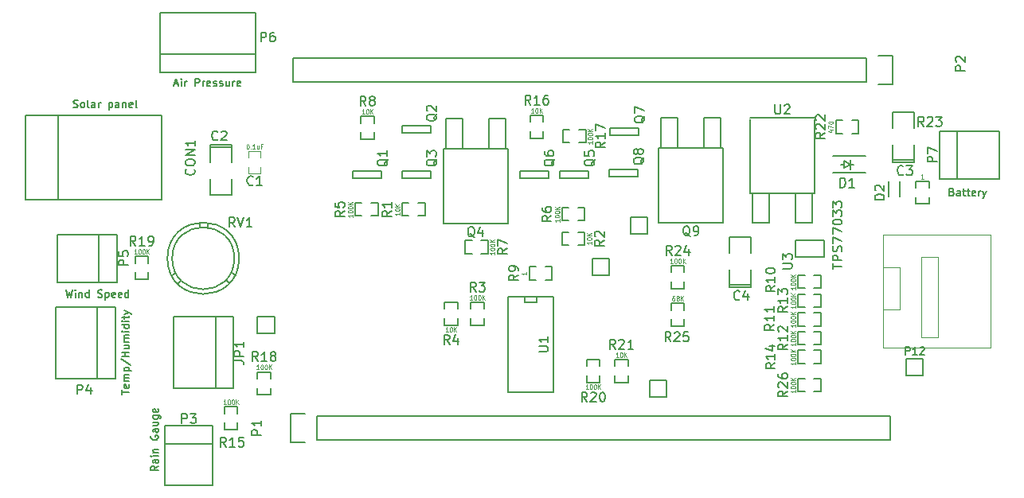
<source format=gbr>
G04 #@! TF.FileFunction,Legend,Top*
%FSLAX46Y46*%
G04 Gerber Fmt 4.6, Leading zero omitted, Abs format (unit mm)*
G04 Created by KiCad (PCBNEW 4.0.3+e1-6302~38~ubuntu16.04.1-stable) date Sat Aug 27 20:20:34 2016*
%MOMM*%
%LPD*%
G01*
G04 APERTURE LIST*
%ADD10C,0.100000*%
%ADD11C,0.150000*%
%ADD12C,0.119380*%
%ADD13C,0.127000*%
%ADD14C,0.050000*%
%ADD15C,0.114300*%
G04 APERTURE END LIST*
D10*
D11*
X61747618Y-64923810D02*
X61861904Y-64961905D01*
X62052380Y-64961905D01*
X62128570Y-64923810D01*
X62166666Y-64885714D01*
X62204761Y-64809524D01*
X62204761Y-64733333D01*
X62166666Y-64657143D01*
X62128570Y-64619048D01*
X62052380Y-64580952D01*
X61899999Y-64542857D01*
X61823808Y-64504762D01*
X61785713Y-64466667D01*
X61747618Y-64390476D01*
X61747618Y-64314286D01*
X61785713Y-64238095D01*
X61823808Y-64200000D01*
X61899999Y-64161905D01*
X62090475Y-64161905D01*
X62204761Y-64200000D01*
X62661904Y-64961905D02*
X62585713Y-64923810D01*
X62547618Y-64885714D01*
X62509523Y-64809524D01*
X62509523Y-64580952D01*
X62547618Y-64504762D01*
X62585713Y-64466667D01*
X62661904Y-64428571D01*
X62776190Y-64428571D01*
X62852380Y-64466667D01*
X62890475Y-64504762D01*
X62928571Y-64580952D01*
X62928571Y-64809524D01*
X62890475Y-64885714D01*
X62852380Y-64923810D01*
X62776190Y-64961905D01*
X62661904Y-64961905D01*
X63385714Y-64961905D02*
X63309523Y-64923810D01*
X63271428Y-64847619D01*
X63271428Y-64161905D01*
X64033333Y-64961905D02*
X64033333Y-64542857D01*
X63995238Y-64466667D01*
X63919048Y-64428571D01*
X63766667Y-64428571D01*
X63690476Y-64466667D01*
X64033333Y-64923810D02*
X63957143Y-64961905D01*
X63766667Y-64961905D01*
X63690476Y-64923810D01*
X63652381Y-64847619D01*
X63652381Y-64771429D01*
X63690476Y-64695238D01*
X63766667Y-64657143D01*
X63957143Y-64657143D01*
X64033333Y-64619048D01*
X64414286Y-64961905D02*
X64414286Y-64428571D01*
X64414286Y-64580952D02*
X64452381Y-64504762D01*
X64490477Y-64466667D01*
X64566667Y-64428571D01*
X64642858Y-64428571D01*
X65519048Y-64428571D02*
X65519048Y-65228571D01*
X65519048Y-64466667D02*
X65595239Y-64428571D01*
X65747620Y-64428571D01*
X65823810Y-64466667D01*
X65861905Y-64504762D01*
X65900001Y-64580952D01*
X65900001Y-64809524D01*
X65861905Y-64885714D01*
X65823810Y-64923810D01*
X65747620Y-64961905D01*
X65595239Y-64961905D01*
X65519048Y-64923810D01*
X66585715Y-64961905D02*
X66585715Y-64542857D01*
X66547620Y-64466667D01*
X66471430Y-64428571D01*
X66319049Y-64428571D01*
X66242858Y-64466667D01*
X66585715Y-64923810D02*
X66509525Y-64961905D01*
X66319049Y-64961905D01*
X66242858Y-64923810D01*
X66204763Y-64847619D01*
X66204763Y-64771429D01*
X66242858Y-64695238D01*
X66319049Y-64657143D01*
X66509525Y-64657143D01*
X66585715Y-64619048D01*
X66966668Y-64428571D02*
X66966668Y-64961905D01*
X66966668Y-64504762D02*
X67004763Y-64466667D01*
X67080954Y-64428571D01*
X67195240Y-64428571D01*
X67271430Y-64466667D01*
X67309525Y-64542857D01*
X67309525Y-64961905D01*
X67995240Y-64923810D02*
X67919050Y-64961905D01*
X67766669Y-64961905D01*
X67690478Y-64923810D01*
X67652383Y-64847619D01*
X67652383Y-64542857D01*
X67690478Y-64466667D01*
X67766669Y-64428571D01*
X67919050Y-64428571D01*
X67995240Y-64466667D01*
X68033335Y-64542857D01*
X68033335Y-64619048D01*
X67652383Y-64695238D01*
X68490478Y-64961905D02*
X68414287Y-64923810D01*
X68376192Y-64847619D01*
X68376192Y-64161905D01*
X72476191Y-62433333D02*
X72857143Y-62433333D01*
X72400000Y-62661905D02*
X72666667Y-61861905D01*
X72933334Y-62661905D01*
X73200000Y-62661905D02*
X73200000Y-62128571D01*
X73200000Y-61861905D02*
X73161905Y-61900000D01*
X73200000Y-61938095D01*
X73238095Y-61900000D01*
X73200000Y-61861905D01*
X73200000Y-61938095D01*
X73580952Y-62661905D02*
X73580952Y-62128571D01*
X73580952Y-62280952D02*
X73619047Y-62204762D01*
X73657143Y-62166667D01*
X73733333Y-62128571D01*
X73809524Y-62128571D01*
X74685714Y-62661905D02*
X74685714Y-61861905D01*
X74990476Y-61861905D01*
X75066667Y-61900000D01*
X75104762Y-61938095D01*
X75142857Y-62014286D01*
X75142857Y-62128571D01*
X75104762Y-62204762D01*
X75066667Y-62242857D01*
X74990476Y-62280952D01*
X74685714Y-62280952D01*
X75485714Y-62661905D02*
X75485714Y-62128571D01*
X75485714Y-62280952D02*
X75523809Y-62204762D01*
X75561905Y-62166667D01*
X75638095Y-62128571D01*
X75714286Y-62128571D01*
X76285714Y-62623810D02*
X76209524Y-62661905D01*
X76057143Y-62661905D01*
X75980952Y-62623810D01*
X75942857Y-62547619D01*
X75942857Y-62242857D01*
X75980952Y-62166667D01*
X76057143Y-62128571D01*
X76209524Y-62128571D01*
X76285714Y-62166667D01*
X76323809Y-62242857D01*
X76323809Y-62319048D01*
X75942857Y-62395238D01*
X76628571Y-62623810D02*
X76704761Y-62661905D01*
X76857142Y-62661905D01*
X76933333Y-62623810D01*
X76971428Y-62547619D01*
X76971428Y-62509524D01*
X76933333Y-62433333D01*
X76857142Y-62395238D01*
X76742857Y-62395238D01*
X76666666Y-62357143D01*
X76628571Y-62280952D01*
X76628571Y-62242857D01*
X76666666Y-62166667D01*
X76742857Y-62128571D01*
X76857142Y-62128571D01*
X76933333Y-62166667D01*
X77276190Y-62623810D02*
X77352380Y-62661905D01*
X77504761Y-62661905D01*
X77580952Y-62623810D01*
X77619047Y-62547619D01*
X77619047Y-62509524D01*
X77580952Y-62433333D01*
X77504761Y-62395238D01*
X77390476Y-62395238D01*
X77314285Y-62357143D01*
X77276190Y-62280952D01*
X77276190Y-62242857D01*
X77314285Y-62166667D01*
X77390476Y-62128571D01*
X77504761Y-62128571D01*
X77580952Y-62166667D01*
X78304761Y-62128571D02*
X78304761Y-62661905D01*
X77961904Y-62128571D02*
X77961904Y-62547619D01*
X77999999Y-62623810D01*
X78076190Y-62661905D01*
X78190476Y-62661905D01*
X78266666Y-62623810D01*
X78304761Y-62585714D01*
X78685714Y-62661905D02*
X78685714Y-62128571D01*
X78685714Y-62280952D02*
X78723809Y-62204762D01*
X78761905Y-62166667D01*
X78838095Y-62128571D01*
X78914286Y-62128571D01*
X79485714Y-62623810D02*
X79409524Y-62661905D01*
X79257143Y-62661905D01*
X79180952Y-62623810D01*
X79142857Y-62547619D01*
X79142857Y-62242857D01*
X79180952Y-62166667D01*
X79257143Y-62128571D01*
X79409524Y-62128571D01*
X79485714Y-62166667D01*
X79523809Y-62242857D01*
X79523809Y-62319048D01*
X79142857Y-62395238D01*
X155142857Y-73942857D02*
X155257143Y-73980952D01*
X155295238Y-74019048D01*
X155333333Y-74095238D01*
X155333333Y-74209524D01*
X155295238Y-74285714D01*
X155257143Y-74323810D01*
X155180952Y-74361905D01*
X154876190Y-74361905D01*
X154876190Y-73561905D01*
X155142857Y-73561905D01*
X155219047Y-73600000D01*
X155257143Y-73638095D01*
X155295238Y-73714286D01*
X155295238Y-73790476D01*
X155257143Y-73866667D01*
X155219047Y-73904762D01*
X155142857Y-73942857D01*
X154876190Y-73942857D01*
X156019047Y-74361905D02*
X156019047Y-73942857D01*
X155980952Y-73866667D01*
X155904762Y-73828571D01*
X155752381Y-73828571D01*
X155676190Y-73866667D01*
X156019047Y-74323810D02*
X155942857Y-74361905D01*
X155752381Y-74361905D01*
X155676190Y-74323810D01*
X155638095Y-74247619D01*
X155638095Y-74171429D01*
X155676190Y-74095238D01*
X155752381Y-74057143D01*
X155942857Y-74057143D01*
X156019047Y-74019048D01*
X156285714Y-73828571D02*
X156590476Y-73828571D01*
X156400000Y-73561905D02*
X156400000Y-74247619D01*
X156438095Y-74323810D01*
X156514286Y-74361905D01*
X156590476Y-74361905D01*
X156742857Y-73828571D02*
X157047619Y-73828571D01*
X156857143Y-73561905D02*
X156857143Y-74247619D01*
X156895238Y-74323810D01*
X156971429Y-74361905D01*
X157047619Y-74361905D01*
X157619048Y-74323810D02*
X157542858Y-74361905D01*
X157390477Y-74361905D01*
X157314286Y-74323810D01*
X157276191Y-74247619D01*
X157276191Y-73942857D01*
X157314286Y-73866667D01*
X157390477Y-73828571D01*
X157542858Y-73828571D01*
X157619048Y-73866667D01*
X157657143Y-73942857D01*
X157657143Y-74019048D01*
X157276191Y-74095238D01*
X158000000Y-74361905D02*
X158000000Y-73828571D01*
X158000000Y-73980952D02*
X158038095Y-73904762D01*
X158076191Y-73866667D01*
X158152381Y-73828571D01*
X158228572Y-73828571D01*
X158419048Y-73828571D02*
X158609524Y-74361905D01*
X158800000Y-73828571D02*
X158609524Y-74361905D01*
X158533333Y-74552381D01*
X158495238Y-74590476D01*
X158419048Y-74628571D01*
X70761905Y-103100001D02*
X70380952Y-103366668D01*
X70761905Y-103557144D02*
X69961905Y-103557144D01*
X69961905Y-103252382D01*
X70000000Y-103176191D01*
X70038095Y-103138096D01*
X70114286Y-103100001D01*
X70228571Y-103100001D01*
X70304762Y-103138096D01*
X70342857Y-103176191D01*
X70380952Y-103252382D01*
X70380952Y-103557144D01*
X70761905Y-102414287D02*
X70342857Y-102414287D01*
X70266667Y-102452382D01*
X70228571Y-102528572D01*
X70228571Y-102680953D01*
X70266667Y-102757144D01*
X70723810Y-102414287D02*
X70761905Y-102490477D01*
X70761905Y-102680953D01*
X70723810Y-102757144D01*
X70647619Y-102795239D01*
X70571429Y-102795239D01*
X70495238Y-102757144D01*
X70457143Y-102680953D01*
X70457143Y-102490477D01*
X70419048Y-102414287D01*
X70761905Y-102033334D02*
X70228571Y-102033334D01*
X69961905Y-102033334D02*
X70000000Y-102071429D01*
X70038095Y-102033334D01*
X70000000Y-101995239D01*
X69961905Y-102033334D01*
X70038095Y-102033334D01*
X70228571Y-101652382D02*
X70761905Y-101652382D01*
X70304762Y-101652382D02*
X70266667Y-101614287D01*
X70228571Y-101538096D01*
X70228571Y-101423810D01*
X70266667Y-101347620D01*
X70342857Y-101309525D01*
X70761905Y-101309525D01*
X70000000Y-99900000D02*
X69961905Y-99976191D01*
X69961905Y-100090476D01*
X70000000Y-100204762D01*
X70076190Y-100280953D01*
X70152381Y-100319048D01*
X70304762Y-100357143D01*
X70419048Y-100357143D01*
X70571429Y-100319048D01*
X70647619Y-100280953D01*
X70723810Y-100204762D01*
X70761905Y-100090476D01*
X70761905Y-100014286D01*
X70723810Y-99900000D01*
X70685714Y-99861905D01*
X70419048Y-99861905D01*
X70419048Y-100014286D01*
X70761905Y-99176191D02*
X70342857Y-99176191D01*
X70266667Y-99214286D01*
X70228571Y-99290476D01*
X70228571Y-99442857D01*
X70266667Y-99519048D01*
X70723810Y-99176191D02*
X70761905Y-99252381D01*
X70761905Y-99442857D01*
X70723810Y-99519048D01*
X70647619Y-99557143D01*
X70571429Y-99557143D01*
X70495238Y-99519048D01*
X70457143Y-99442857D01*
X70457143Y-99252381D01*
X70419048Y-99176191D01*
X70228571Y-98452381D02*
X70761905Y-98452381D01*
X70228571Y-98795238D02*
X70647619Y-98795238D01*
X70723810Y-98757143D01*
X70761905Y-98680952D01*
X70761905Y-98566666D01*
X70723810Y-98490476D01*
X70685714Y-98452381D01*
X70228571Y-97728571D02*
X70876190Y-97728571D01*
X70952381Y-97766666D01*
X70990476Y-97804761D01*
X71028571Y-97880952D01*
X71028571Y-97995237D01*
X70990476Y-98071428D01*
X70723810Y-97728571D02*
X70761905Y-97804761D01*
X70761905Y-97957142D01*
X70723810Y-98033333D01*
X70685714Y-98071428D01*
X70609524Y-98109523D01*
X70380952Y-98109523D01*
X70304762Y-98071428D01*
X70266667Y-98033333D01*
X70228571Y-97957142D01*
X70228571Y-97804761D01*
X70266667Y-97728571D01*
X70723810Y-97042856D02*
X70761905Y-97119046D01*
X70761905Y-97271427D01*
X70723810Y-97347618D01*
X70647619Y-97385713D01*
X70342857Y-97385713D01*
X70266667Y-97347618D01*
X70228571Y-97271427D01*
X70228571Y-97119046D01*
X70266667Y-97042856D01*
X70342857Y-97004761D01*
X70419048Y-97004761D01*
X70495238Y-97385713D01*
X66861905Y-95476191D02*
X66861905Y-95019048D01*
X67661905Y-95247619D02*
X66861905Y-95247619D01*
X67623810Y-94447619D02*
X67661905Y-94523809D01*
X67661905Y-94676190D01*
X67623810Y-94752381D01*
X67547619Y-94790476D01*
X67242857Y-94790476D01*
X67166667Y-94752381D01*
X67128571Y-94676190D01*
X67128571Y-94523809D01*
X67166667Y-94447619D01*
X67242857Y-94409524D01*
X67319048Y-94409524D01*
X67395238Y-94790476D01*
X67661905Y-94066667D02*
X67128571Y-94066667D01*
X67204762Y-94066667D02*
X67166667Y-94028572D01*
X67128571Y-93952381D01*
X67128571Y-93838095D01*
X67166667Y-93761905D01*
X67242857Y-93723810D01*
X67661905Y-93723810D01*
X67242857Y-93723810D02*
X67166667Y-93685714D01*
X67128571Y-93609524D01*
X67128571Y-93495238D01*
X67166667Y-93419048D01*
X67242857Y-93380953D01*
X67661905Y-93380953D01*
X67128571Y-93000000D02*
X67928571Y-93000000D01*
X67166667Y-93000000D02*
X67128571Y-92923809D01*
X67128571Y-92771428D01*
X67166667Y-92695238D01*
X67204762Y-92657143D01*
X67280952Y-92619047D01*
X67509524Y-92619047D01*
X67585714Y-92657143D01*
X67623810Y-92695238D01*
X67661905Y-92771428D01*
X67661905Y-92923809D01*
X67623810Y-93000000D01*
X66823810Y-91704761D02*
X67852381Y-92390476D01*
X67661905Y-91438095D02*
X66861905Y-91438095D01*
X67242857Y-91438095D02*
X67242857Y-90980952D01*
X67661905Y-90980952D02*
X66861905Y-90980952D01*
X67128571Y-90257143D02*
X67661905Y-90257143D01*
X67128571Y-90600000D02*
X67547619Y-90600000D01*
X67623810Y-90561905D01*
X67661905Y-90485714D01*
X67661905Y-90371428D01*
X67623810Y-90295238D01*
X67585714Y-90257143D01*
X67661905Y-89876190D02*
X67128571Y-89876190D01*
X67204762Y-89876190D02*
X67166667Y-89838095D01*
X67128571Y-89761904D01*
X67128571Y-89647618D01*
X67166667Y-89571428D01*
X67242857Y-89533333D01*
X67661905Y-89533333D01*
X67242857Y-89533333D02*
X67166667Y-89495237D01*
X67128571Y-89419047D01*
X67128571Y-89304761D01*
X67166667Y-89228571D01*
X67242857Y-89190476D01*
X67661905Y-89190476D01*
X67661905Y-88809523D02*
X67128571Y-88809523D01*
X66861905Y-88809523D02*
X66900000Y-88847618D01*
X66938095Y-88809523D01*
X66900000Y-88771428D01*
X66861905Y-88809523D01*
X66938095Y-88809523D01*
X67661905Y-88085714D02*
X66861905Y-88085714D01*
X67623810Y-88085714D02*
X67661905Y-88161904D01*
X67661905Y-88314285D01*
X67623810Y-88390476D01*
X67585714Y-88428571D01*
X67509524Y-88466666D01*
X67280952Y-88466666D01*
X67204762Y-88428571D01*
X67166667Y-88390476D01*
X67128571Y-88314285D01*
X67128571Y-88161904D01*
X67166667Y-88085714D01*
X67661905Y-87704761D02*
X67128571Y-87704761D01*
X66861905Y-87704761D02*
X66900000Y-87742856D01*
X66938095Y-87704761D01*
X66900000Y-87666666D01*
X66861905Y-87704761D01*
X66938095Y-87704761D01*
X67128571Y-87438095D02*
X67128571Y-87133333D01*
X66861905Y-87323809D02*
X67547619Y-87323809D01*
X67623810Y-87285714D01*
X67661905Y-87209523D01*
X67661905Y-87133333D01*
X67128571Y-86942856D02*
X67661905Y-86752380D01*
X67128571Y-86561904D02*
X67661905Y-86752380D01*
X67852381Y-86828571D01*
X67890476Y-86866666D01*
X67928571Y-86942856D01*
X60947619Y-84361905D02*
X61138095Y-85161905D01*
X61290476Y-84590476D01*
X61442857Y-85161905D01*
X61633333Y-84361905D01*
X61938095Y-85161905D02*
X61938095Y-84628571D01*
X61938095Y-84361905D02*
X61900000Y-84400000D01*
X61938095Y-84438095D01*
X61976190Y-84400000D01*
X61938095Y-84361905D01*
X61938095Y-84438095D01*
X62319047Y-84628571D02*
X62319047Y-85161905D01*
X62319047Y-84704762D02*
X62357142Y-84666667D01*
X62433333Y-84628571D01*
X62547619Y-84628571D01*
X62623809Y-84666667D01*
X62661904Y-84742857D01*
X62661904Y-85161905D01*
X63385714Y-85161905D02*
X63385714Y-84361905D01*
X63385714Y-85123810D02*
X63309524Y-85161905D01*
X63157143Y-85161905D01*
X63080952Y-85123810D01*
X63042857Y-85085714D01*
X63004762Y-85009524D01*
X63004762Y-84780952D01*
X63042857Y-84704762D01*
X63080952Y-84666667D01*
X63157143Y-84628571D01*
X63309524Y-84628571D01*
X63385714Y-84666667D01*
X64338096Y-85123810D02*
X64452382Y-85161905D01*
X64642858Y-85161905D01*
X64719048Y-85123810D01*
X64757144Y-85085714D01*
X64795239Y-85009524D01*
X64795239Y-84933333D01*
X64757144Y-84857143D01*
X64719048Y-84819048D01*
X64642858Y-84780952D01*
X64490477Y-84742857D01*
X64414286Y-84704762D01*
X64376191Y-84666667D01*
X64338096Y-84590476D01*
X64338096Y-84514286D01*
X64376191Y-84438095D01*
X64414286Y-84400000D01*
X64490477Y-84361905D01*
X64680953Y-84361905D01*
X64795239Y-84400000D01*
X65138096Y-84628571D02*
X65138096Y-85428571D01*
X65138096Y-84666667D02*
X65214287Y-84628571D01*
X65366668Y-84628571D01*
X65442858Y-84666667D01*
X65480953Y-84704762D01*
X65519049Y-84780952D01*
X65519049Y-85009524D01*
X65480953Y-85085714D01*
X65442858Y-85123810D01*
X65366668Y-85161905D01*
X65214287Y-85161905D01*
X65138096Y-85123810D01*
X66166668Y-85123810D02*
X66090478Y-85161905D01*
X65938097Y-85161905D01*
X65861906Y-85123810D01*
X65823811Y-85047619D01*
X65823811Y-84742857D01*
X65861906Y-84666667D01*
X65938097Y-84628571D01*
X66090478Y-84628571D01*
X66166668Y-84666667D01*
X66204763Y-84742857D01*
X66204763Y-84819048D01*
X65823811Y-84895238D01*
X66852382Y-85123810D02*
X66776192Y-85161905D01*
X66623811Y-85161905D01*
X66547620Y-85123810D01*
X66509525Y-85047619D01*
X66509525Y-84742857D01*
X66547620Y-84666667D01*
X66623811Y-84628571D01*
X66776192Y-84628571D01*
X66852382Y-84666667D01*
X66890477Y-84742857D01*
X66890477Y-84819048D01*
X66509525Y-84895238D01*
X67576191Y-85161905D02*
X67576191Y-84361905D01*
X67576191Y-85123810D02*
X67500001Y-85161905D01*
X67347620Y-85161905D01*
X67271429Y-85123810D01*
X67233334Y-85085714D01*
X67195239Y-85009524D01*
X67195239Y-84780952D01*
X67233334Y-84704762D01*
X67271429Y-84666667D01*
X67347620Y-84628571D01*
X67500001Y-84628571D01*
X67576191Y-84666667D01*
D12*
X80349760Y-71300380D02*
X80349760Y-71998880D01*
X80349760Y-70299620D02*
X80349760Y-69601120D01*
X81650240Y-71300380D02*
X81650240Y-71998880D01*
X81650240Y-69601120D02*
X81650240Y-70299620D01*
X81635000Y-71998880D02*
X80365000Y-71998880D01*
X80365000Y-69601120D02*
X81635000Y-69601120D01*
D13*
X78543000Y-69160000D02*
X78543000Y-68906000D01*
X78543000Y-68906000D02*
X76257000Y-68906000D01*
X76257000Y-68906000D02*
X76257000Y-69160000D01*
X78543000Y-69160000D02*
X76257000Y-69160000D01*
X76257000Y-69160000D02*
X76257000Y-70811000D01*
X78543000Y-72589000D02*
X78543000Y-74240000D01*
X78543000Y-74240000D02*
X76257000Y-74240000D01*
X76257000Y-74240000D02*
X76257000Y-72589000D01*
X78543000Y-70811000D02*
X78543000Y-69160000D01*
X148857000Y-70540000D02*
X148857000Y-70794000D01*
X148857000Y-70794000D02*
X151143000Y-70794000D01*
X151143000Y-70794000D02*
X151143000Y-70540000D01*
X148857000Y-70540000D02*
X151143000Y-70540000D01*
X151143000Y-70540000D02*
X151143000Y-68889000D01*
X148857000Y-67111000D02*
X148857000Y-65460000D01*
X148857000Y-65460000D02*
X151143000Y-65460000D01*
X151143000Y-65460000D02*
X151143000Y-67111000D01*
X148857000Y-68889000D02*
X148857000Y-70540000D01*
X131457000Y-83840000D02*
X131457000Y-84094000D01*
X131457000Y-84094000D02*
X133743000Y-84094000D01*
X133743000Y-84094000D02*
X133743000Y-83840000D01*
X131457000Y-83840000D02*
X133743000Y-83840000D01*
X133743000Y-83840000D02*
X133743000Y-82189000D01*
X131457000Y-80411000D02*
X131457000Y-78760000D01*
X131457000Y-78760000D02*
X133743000Y-78760000D01*
X133743000Y-78760000D02*
X133743000Y-80411000D01*
X131457000Y-82189000D02*
X131457000Y-83840000D01*
D11*
X60099500Y-65799120D02*
X60099500Y-74800880D01*
X56599380Y-65799120D02*
X56599380Y-74800880D01*
X56599380Y-74800880D02*
X71100240Y-74800880D01*
X71100240Y-74800880D02*
X71100240Y-65799120D01*
X71100240Y-65799120D02*
X56599380Y-65799120D01*
X143682500Y-71000000D02*
X143301500Y-71000000D01*
X144698500Y-71000000D02*
X144317500Y-71000000D01*
X144317500Y-71000000D02*
X143682500Y-71381000D01*
X143682500Y-71381000D02*
X143682500Y-70619000D01*
X143682500Y-70619000D02*
X144317500Y-71000000D01*
X144317500Y-71508000D02*
X144317500Y-70492000D01*
X146000000Y-70100000D02*
X142460000Y-70100000D01*
X146000000Y-71900000D02*
X142460000Y-71900000D01*
X149600000Y-74400000D02*
X149600000Y-72850000D01*
X148400000Y-74400000D02*
X148400000Y-72850000D01*
X78775000Y-87190000D02*
X72425000Y-87190000D01*
X78775000Y-94810000D02*
X72425000Y-94810000D01*
X76870000Y-94810000D02*
X76870000Y-87190000D01*
X78775000Y-87190000D02*
X78775000Y-94810000D01*
X72425000Y-94810000D02*
X72425000Y-87190000D01*
X87630000Y-100330000D02*
X148590000Y-100330000D01*
X148590000Y-100330000D02*
X148590000Y-97790000D01*
X148590000Y-97790000D02*
X87630000Y-97790000D01*
X84810000Y-97510000D02*
X86360000Y-97510000D01*
X87630000Y-97790000D02*
X87630000Y-100330000D01*
X86360000Y-100610000D02*
X84810000Y-100610000D01*
X84810000Y-100610000D02*
X84810000Y-97510000D01*
X146050000Y-59690000D02*
X85090000Y-59690000D01*
X85090000Y-59690000D02*
X85090000Y-62230000D01*
X85090000Y-62230000D02*
X146050000Y-62230000D01*
X148870000Y-62510000D02*
X147320000Y-62510000D01*
X146050000Y-62230000D02*
X146050000Y-59690000D01*
X147320000Y-59410000D02*
X148870000Y-59410000D01*
X148870000Y-59410000D02*
X148870000Y-62510000D01*
X76540000Y-100730000D02*
X71460000Y-100730000D01*
X76540000Y-105175000D02*
X71460000Y-105175000D01*
X71460000Y-98825000D02*
X76540000Y-98825000D01*
X71460000Y-98825000D02*
X71460000Y-105175000D01*
X76540000Y-98825000D02*
X76540000Y-105175000D01*
X66175000Y-86190000D02*
X59825000Y-86190000D01*
X66175000Y-93810000D02*
X59825000Y-93810000D01*
X64270000Y-93810000D02*
X64270000Y-86190000D01*
X66175000Y-86190000D02*
X66175000Y-93810000D01*
X59825000Y-93810000D02*
X59825000Y-86190000D01*
X64470000Y-83540000D02*
X64470000Y-78460000D01*
X60025000Y-83540000D02*
X60025000Y-78460000D01*
X66375000Y-78460000D02*
X66375000Y-83540000D01*
X66375000Y-78460000D02*
X60025000Y-78460000D01*
X66375000Y-83540000D02*
X60025000Y-83540000D01*
X81080000Y-54825000D02*
X70920000Y-54825000D01*
X81080000Y-59270000D02*
X70920000Y-59270000D01*
X81080000Y-61175000D02*
X70920000Y-61175000D01*
X81080000Y-61175000D02*
X81080000Y-54825000D01*
X70920000Y-61175000D02*
X70920000Y-54825000D01*
X155730000Y-67460000D02*
X155730000Y-72540000D01*
X160175000Y-67460000D02*
X160175000Y-72540000D01*
X153825000Y-72540000D02*
X153825000Y-67460000D01*
X153825000Y-72540000D02*
X160175000Y-72540000D01*
X153825000Y-67460000D02*
X160175000Y-67460000D01*
D13*
X94524000Y-72481000D02*
X91476000Y-72481000D01*
X91476000Y-72481000D02*
X91476000Y-71719000D01*
X91476000Y-71719000D02*
X94524000Y-71719000D01*
X94524000Y-71719000D02*
X94524000Y-72481000D01*
X99724000Y-67681000D02*
X96676000Y-67681000D01*
X96676000Y-67681000D02*
X96676000Y-66919000D01*
X96676000Y-66919000D02*
X99724000Y-66919000D01*
X99724000Y-66919000D02*
X99724000Y-67681000D01*
X99724000Y-72481000D02*
X96676000Y-72481000D01*
X96676000Y-72481000D02*
X96676000Y-71719000D01*
X96676000Y-71719000D02*
X99724000Y-71719000D01*
X99724000Y-71719000D02*
X99724000Y-72481000D01*
D11*
X103103000Y-69324000D02*
X103103000Y-66149000D01*
X103103000Y-66149000D02*
X101325000Y-66149000D01*
X101325000Y-66149000D02*
X101325000Y-69324000D01*
X107675000Y-69324000D02*
X107675000Y-66149000D01*
X107675000Y-66149000D02*
X105897000Y-66149000D01*
X105897000Y-66149000D02*
X105897000Y-69324000D01*
X101071000Y-75420000D02*
X101071000Y-69324000D01*
X101071000Y-69324000D02*
X107929000Y-69324000D01*
X107929000Y-69324000D02*
X107929000Y-77198000D01*
X107929000Y-77325000D02*
X101071000Y-77325000D01*
X101071000Y-77198000D02*
X101071000Y-75420000D01*
D13*
X116524000Y-72481000D02*
X113476000Y-72481000D01*
X113476000Y-72481000D02*
X113476000Y-71719000D01*
X113476000Y-71719000D02*
X116524000Y-71719000D01*
X116524000Y-71719000D02*
X116524000Y-72481000D01*
X112224000Y-72481000D02*
X109176000Y-72481000D01*
X109176000Y-72481000D02*
X109176000Y-71719000D01*
X109176000Y-71719000D02*
X112224000Y-71719000D01*
X112224000Y-71719000D02*
X112224000Y-72481000D01*
X121824000Y-67881000D02*
X118776000Y-67881000D01*
X118776000Y-67881000D02*
X118776000Y-67119000D01*
X118776000Y-67119000D02*
X121824000Y-67119000D01*
X121824000Y-67119000D02*
X121824000Y-67881000D01*
X121724000Y-72281000D02*
X118676000Y-72281000D01*
X118676000Y-72281000D02*
X118676000Y-71519000D01*
X118676000Y-71519000D02*
X121724000Y-71519000D01*
X121724000Y-71519000D02*
X121724000Y-72281000D01*
D11*
X126003000Y-69224000D02*
X126003000Y-66049000D01*
X126003000Y-66049000D02*
X124225000Y-66049000D01*
X124225000Y-66049000D02*
X124225000Y-69224000D01*
X130575000Y-69224000D02*
X130575000Y-66049000D01*
X130575000Y-66049000D02*
X128797000Y-66049000D01*
X128797000Y-66049000D02*
X128797000Y-69224000D01*
X123971000Y-75320000D02*
X123971000Y-69224000D01*
X123971000Y-69224000D02*
X130829000Y-69224000D01*
X130829000Y-69224000D02*
X130829000Y-77098000D01*
X130829000Y-77225000D02*
X123971000Y-77225000D01*
X123971000Y-77098000D02*
X123971000Y-75320000D01*
D13*
X97399620Y-75101500D02*
X96693500Y-75101500D01*
X96693500Y-75101500D02*
X96693500Y-76498500D01*
X96693500Y-76498500D02*
X97399620Y-76498500D01*
X99106500Y-75101500D02*
X98400380Y-75101500D01*
X99106500Y-75101500D02*
X99106500Y-76498500D01*
X99106500Y-76498500D02*
X98400380Y-76498500D01*
X115400380Y-79598500D02*
X116106500Y-79598500D01*
X116106500Y-79598500D02*
X116106500Y-78201500D01*
X116106500Y-78201500D02*
X115400380Y-78201500D01*
X113693500Y-79598500D02*
X114399620Y-79598500D01*
X113693500Y-79598500D02*
X113693500Y-78201500D01*
X113693500Y-78201500D02*
X114399620Y-78201500D01*
X105398500Y-86399620D02*
X105398500Y-85693500D01*
X105398500Y-85693500D02*
X104001500Y-85693500D01*
X104001500Y-85693500D02*
X104001500Y-86399620D01*
X105398500Y-88106500D02*
X105398500Y-87400380D01*
X105398500Y-88106500D02*
X104001500Y-88106500D01*
X104001500Y-88106500D02*
X104001500Y-87400380D01*
X101201500Y-87400380D02*
X101201500Y-88106500D01*
X101201500Y-88106500D02*
X102598500Y-88106500D01*
X102598500Y-88106500D02*
X102598500Y-87400380D01*
X101201500Y-85693500D02*
X101201500Y-86399620D01*
X101201500Y-85693500D02*
X102598500Y-85693500D01*
X102598500Y-85693500D02*
X102598500Y-86399620D01*
X92399620Y-75101500D02*
X91693500Y-75101500D01*
X91693500Y-75101500D02*
X91693500Y-76498500D01*
X91693500Y-76498500D02*
X92399620Y-76498500D01*
X94106500Y-75101500D02*
X93400380Y-75101500D01*
X94106500Y-75101500D02*
X94106500Y-76498500D01*
X94106500Y-76498500D02*
X93400380Y-76498500D01*
X114399620Y-75601500D02*
X113693500Y-75601500D01*
X113693500Y-75601500D02*
X113693500Y-76998500D01*
X113693500Y-76998500D02*
X114399620Y-76998500D01*
X116106500Y-75601500D02*
X115400380Y-75601500D01*
X116106500Y-75601500D02*
X116106500Y-76998500D01*
X116106500Y-76998500D02*
X115400380Y-76998500D01*
X105100380Y-80498500D02*
X105806500Y-80498500D01*
X105806500Y-80498500D02*
X105806500Y-79101500D01*
X105806500Y-79101500D02*
X105100380Y-79101500D01*
X103393500Y-80498500D02*
X104099620Y-80498500D01*
X103393500Y-80498500D02*
X103393500Y-79101500D01*
X103393500Y-79101500D02*
X104099620Y-79101500D01*
X93698500Y-66599620D02*
X93698500Y-65893500D01*
X93698500Y-65893500D02*
X92301500Y-65893500D01*
X92301500Y-65893500D02*
X92301500Y-66599620D01*
X93698500Y-68306500D02*
X93698500Y-67600380D01*
X93698500Y-68306500D02*
X92301500Y-68306500D01*
X92301500Y-68306500D02*
X92301500Y-67600380D01*
X110899620Y-81901500D02*
X110193500Y-81901500D01*
X110193500Y-81901500D02*
X110193500Y-83298500D01*
X110193500Y-83298500D02*
X110899620Y-83298500D01*
X112606500Y-81901500D02*
X111900380Y-81901500D01*
X112606500Y-81901500D02*
X112606500Y-83298500D01*
X112606500Y-83298500D02*
X111900380Y-83298500D01*
X139499620Y-82801500D02*
X138793500Y-82801500D01*
X138793500Y-82801500D02*
X138793500Y-84198500D01*
X138793500Y-84198500D02*
X139499620Y-84198500D01*
X141206500Y-82801500D02*
X140500380Y-82801500D01*
X141206500Y-82801500D02*
X141206500Y-84198500D01*
X141206500Y-84198500D02*
X140500380Y-84198500D01*
X139499620Y-86801500D02*
X138793500Y-86801500D01*
X138793500Y-86801500D02*
X138793500Y-88198500D01*
X138793500Y-88198500D02*
X139499620Y-88198500D01*
X141206500Y-86801500D02*
X140500380Y-86801500D01*
X141206500Y-86801500D02*
X141206500Y-88198500D01*
X141206500Y-88198500D02*
X140500380Y-88198500D01*
X139499620Y-88801500D02*
X138793500Y-88801500D01*
X138793500Y-88801500D02*
X138793500Y-90198500D01*
X138793500Y-90198500D02*
X139499620Y-90198500D01*
X141206500Y-88801500D02*
X140500380Y-88801500D01*
X141206500Y-88801500D02*
X141206500Y-90198500D01*
X141206500Y-90198500D02*
X140500380Y-90198500D01*
X139499620Y-84801500D02*
X138793500Y-84801500D01*
X138793500Y-84801500D02*
X138793500Y-86198500D01*
X138793500Y-86198500D02*
X139499620Y-86198500D01*
X141206500Y-84801500D02*
X140500380Y-84801500D01*
X141206500Y-84801500D02*
X141206500Y-86198500D01*
X141206500Y-86198500D02*
X140500380Y-86198500D01*
X139499620Y-90801500D02*
X138793500Y-90801500D01*
X138793500Y-90801500D02*
X138793500Y-92198500D01*
X138793500Y-92198500D02*
X139499620Y-92198500D01*
X141206500Y-90801500D02*
X140500380Y-90801500D01*
X141206500Y-90801500D02*
X141206500Y-92198500D01*
X141206500Y-92198500D02*
X140500380Y-92198500D01*
X79198500Y-97499620D02*
X79198500Y-96793500D01*
X79198500Y-96793500D02*
X77801500Y-96793500D01*
X77801500Y-96793500D02*
X77801500Y-97499620D01*
X79198500Y-99206500D02*
X79198500Y-98500380D01*
X79198500Y-99206500D02*
X77801500Y-99206500D01*
X77801500Y-99206500D02*
X77801500Y-98500380D01*
X111698500Y-66499620D02*
X111698500Y-65793500D01*
X111698500Y-65793500D02*
X110301500Y-65793500D01*
X110301500Y-65793500D02*
X110301500Y-66499620D01*
X111698500Y-68206500D02*
X111698500Y-67500380D01*
X111698500Y-68206500D02*
X110301500Y-68206500D01*
X110301500Y-68206500D02*
X110301500Y-67500380D01*
X115500380Y-68698500D02*
X116206500Y-68698500D01*
X116206500Y-68698500D02*
X116206500Y-67301500D01*
X116206500Y-67301500D02*
X115500380Y-67301500D01*
X113793500Y-68698500D02*
X114499620Y-68698500D01*
X113793500Y-68698500D02*
X113793500Y-67301500D01*
X113793500Y-67301500D02*
X114499620Y-67301500D01*
X82698500Y-93799620D02*
X82698500Y-93093500D01*
X82698500Y-93093500D02*
X81301500Y-93093500D01*
X81301500Y-93093500D02*
X81301500Y-93799620D01*
X82698500Y-95506500D02*
X82698500Y-94800380D01*
X82698500Y-95506500D02*
X81301500Y-95506500D01*
X81301500Y-95506500D02*
X81301500Y-94800380D01*
X69698500Y-81499620D02*
X69698500Y-80793500D01*
X69698500Y-80793500D02*
X68301500Y-80793500D01*
X68301500Y-80793500D02*
X68301500Y-81499620D01*
X69698500Y-83206500D02*
X69698500Y-82500380D01*
X69698500Y-83206500D02*
X68301500Y-83206500D01*
X68301500Y-83206500D02*
X68301500Y-82500380D01*
X116301500Y-93500380D02*
X116301500Y-94206500D01*
X116301500Y-94206500D02*
X117698500Y-94206500D01*
X117698500Y-94206500D02*
X117698500Y-93500380D01*
X116301500Y-91793500D02*
X116301500Y-92499620D01*
X116301500Y-91793500D02*
X117698500Y-91793500D01*
X117698500Y-91793500D02*
X117698500Y-92499620D01*
D11*
X138497000Y-74076000D02*
X138497000Y-77251000D01*
X138497000Y-77251000D02*
X140275000Y-77251000D01*
X140275000Y-77251000D02*
X140275000Y-74076000D01*
X133925000Y-74076000D02*
X133925000Y-77251000D01*
X133925000Y-77251000D02*
X135703000Y-77251000D01*
X135703000Y-77251000D02*
X135703000Y-74076000D01*
X140529000Y-67980000D02*
X140529000Y-74076000D01*
X140529000Y-74076000D02*
X133671000Y-74076000D01*
X133671000Y-74076000D02*
X133671000Y-66202000D01*
X133671000Y-66075000D02*
X140529000Y-66075000D01*
X140529000Y-66202000D02*
X140529000Y-67980000D01*
D13*
X138476000Y-80889000D02*
X138476000Y-79111000D01*
X138476000Y-79111000D02*
X141524000Y-79111000D01*
X141524000Y-79111000D02*
X141524000Y-80889000D01*
X141524000Y-80889000D02*
X138476000Y-80889000D01*
D11*
X78334000Y-83667000D02*
X77953000Y-83286000D01*
X78969000Y-82778000D02*
X78588000Y-82524000D01*
X72238000Y-82778000D02*
X72619000Y-82524000D01*
X72873000Y-83667000D02*
X73127000Y-83413000D01*
X76048000Y-77698000D02*
X76048000Y-77317000D01*
X75159000Y-77698000D02*
X75159000Y-77317000D01*
X78842000Y-81000000D02*
G75*
G03X78842000Y-81000000I-3302000J0D01*
G01*
X79350000Y-81000000D02*
G75*
G03X79350000Y-81000000I-3810000J0D01*
G01*
D13*
X120698500Y-92499620D02*
X120698500Y-91793500D01*
X120698500Y-91793500D02*
X119301500Y-91793500D01*
X119301500Y-91793500D02*
X119301500Y-92499620D01*
X120698500Y-94206500D02*
X120698500Y-93500380D01*
X120698500Y-94206500D02*
X119301500Y-94206500D01*
X119301500Y-94206500D02*
X119301500Y-93500380D01*
X143499620Y-66301500D02*
X142793500Y-66301500D01*
X142793500Y-66301500D02*
X142793500Y-67698500D01*
X142793500Y-67698500D02*
X143499620Y-67698500D01*
X145206500Y-66301500D02*
X144500380Y-66301500D01*
X145206500Y-66301500D02*
X145206500Y-67698500D01*
X145206500Y-67698500D02*
X144500380Y-67698500D01*
X152698500Y-73499620D02*
X152698500Y-72793500D01*
X152698500Y-72793500D02*
X151301500Y-72793500D01*
X151301500Y-72793500D02*
X151301500Y-73499620D01*
X152698500Y-75206500D02*
X152698500Y-74500380D01*
X152698500Y-75206500D02*
X151301500Y-75206500D01*
X151301500Y-75206500D02*
X151301500Y-74500380D01*
X126698500Y-82499620D02*
X126698500Y-81793500D01*
X126698500Y-81793500D02*
X125301500Y-81793500D01*
X125301500Y-81793500D02*
X125301500Y-82499620D01*
X126698500Y-84206500D02*
X126698500Y-83500380D01*
X126698500Y-84206500D02*
X125301500Y-84206500D01*
X125301500Y-84206500D02*
X125301500Y-83500380D01*
X126698500Y-86499620D02*
X126698500Y-85793500D01*
X126698500Y-85793500D02*
X125301500Y-85793500D01*
X125301500Y-85793500D02*
X125301500Y-86499620D01*
X126698500Y-88206500D02*
X126698500Y-87500380D01*
X126698500Y-88206500D02*
X125301500Y-88206500D01*
X125301500Y-88206500D02*
X125301500Y-87500380D01*
D11*
X121000000Y-76600000D02*
X122800000Y-76600000D01*
X122800000Y-76600000D02*
X122800000Y-78400000D01*
X122800000Y-78400000D02*
X121000000Y-78400000D01*
X121000000Y-78400000D02*
X121000000Y-76600000D01*
X116900000Y-81000000D02*
X118700000Y-81000000D01*
X118700000Y-81000000D02*
X118700000Y-82800000D01*
X118700000Y-82800000D02*
X116900000Y-82800000D01*
X116900000Y-82800000D02*
X116900000Y-81000000D01*
X81300000Y-87200000D02*
X83100000Y-87200000D01*
X83100000Y-87200000D02*
X83100000Y-89000000D01*
X83100000Y-89000000D02*
X81300000Y-89000000D01*
X81300000Y-89000000D02*
X81300000Y-87200000D01*
X123000000Y-94000000D02*
X124800000Y-94000000D01*
X124800000Y-94000000D02*
X124800000Y-95800000D01*
X124800000Y-95800000D02*
X123000000Y-95800000D01*
X123000000Y-95800000D02*
X123000000Y-94000000D01*
X150300000Y-91700000D02*
X152100000Y-91700000D01*
X152100000Y-91700000D02*
X152100000Y-93500000D01*
X152100000Y-93500000D02*
X150300000Y-93500000D01*
X150300000Y-93500000D02*
X150300000Y-91700000D01*
X112776000Y-95250000D02*
X107950000Y-95250000D01*
X107950000Y-95250000D02*
X107950000Y-85090000D01*
X107950000Y-85090000D02*
X112776000Y-85090000D01*
X112776000Y-85090000D02*
X112776000Y-95250000D01*
X110998000Y-85090000D02*
X110998000Y-85725000D01*
X110998000Y-85725000D02*
X109728000Y-85725000D01*
X109728000Y-85725000D02*
X109728000Y-85090000D01*
D10*
X147800000Y-86450000D02*
X147800000Y-82000000D01*
X153700000Y-80900000D02*
X151900000Y-80900000D01*
X153700000Y-89400000D02*
X153700000Y-80900000D01*
X153700000Y-89400000D02*
X151900000Y-89400000D01*
X151900000Y-89400000D02*
X151900000Y-80900000D01*
X149600000Y-82000000D02*
X147800000Y-82000000D01*
X149600000Y-86450000D02*
X147800000Y-86450000D01*
X149600000Y-86450000D02*
X149600000Y-82000000D01*
D14*
X159250000Y-90500000D02*
X159250000Y-78500000D01*
X147800000Y-90500000D02*
X147800000Y-78500000D01*
X147800000Y-78500000D02*
X159250000Y-78500000D01*
X147800000Y-90500000D02*
X159250000Y-90500000D01*
D13*
X139499620Y-93801500D02*
X138793500Y-93801500D01*
X138793500Y-93801500D02*
X138793500Y-95198500D01*
X138793500Y-95198500D02*
X139499620Y-95198500D01*
X141206500Y-93801500D02*
X140500380Y-93801500D01*
X141206500Y-93801500D02*
X141206500Y-95198500D01*
X141206500Y-95198500D02*
X140500380Y-95198500D01*
D11*
X80833334Y-73157143D02*
X80785715Y-73204762D01*
X80642858Y-73252381D01*
X80547620Y-73252381D01*
X80404762Y-73204762D01*
X80309524Y-73109524D01*
X80261905Y-73014286D01*
X80214286Y-72823810D01*
X80214286Y-72680952D01*
X80261905Y-72490476D01*
X80309524Y-72395238D01*
X80404762Y-72300000D01*
X80547620Y-72252381D01*
X80642858Y-72252381D01*
X80785715Y-72300000D01*
X80833334Y-72347619D01*
X81785715Y-73252381D02*
X81214286Y-73252381D01*
X81500000Y-73252381D02*
X81500000Y-72252381D01*
X81404762Y-72395238D01*
X81309524Y-72490476D01*
X81214286Y-72538095D01*
D15*
X80248886Y-68870810D02*
X80292429Y-68870810D01*
X80335972Y-68895000D01*
X80357743Y-68919190D01*
X80379514Y-68967571D01*
X80401286Y-69064333D01*
X80401286Y-69185286D01*
X80379514Y-69282048D01*
X80357743Y-69330429D01*
X80335972Y-69354619D01*
X80292429Y-69378810D01*
X80248886Y-69378810D01*
X80205343Y-69354619D01*
X80183572Y-69330429D01*
X80161800Y-69282048D01*
X80140029Y-69185286D01*
X80140029Y-69064333D01*
X80161800Y-68967571D01*
X80183572Y-68919190D01*
X80205343Y-68895000D01*
X80248886Y-68870810D01*
X80597229Y-69330429D02*
X80619001Y-69354619D01*
X80597229Y-69378810D01*
X80575458Y-69354619D01*
X80597229Y-69330429D01*
X80597229Y-69378810D01*
X81054429Y-69378810D02*
X80793172Y-69378810D01*
X80923800Y-69378810D02*
X80923800Y-68870810D01*
X80880257Y-68943381D01*
X80836715Y-68991762D01*
X80793172Y-69015952D01*
X81446315Y-69040143D02*
X81446315Y-69378810D01*
X81250372Y-69040143D02*
X81250372Y-69306238D01*
X81272144Y-69354619D01*
X81315686Y-69378810D01*
X81381001Y-69378810D01*
X81424544Y-69354619D01*
X81446315Y-69330429D01*
X81816429Y-69112714D02*
X81664029Y-69112714D01*
X81664029Y-69378810D02*
X81664029Y-68870810D01*
X81881743Y-68870810D01*
D11*
X77083334Y-68357143D02*
X77035715Y-68404762D01*
X76892858Y-68452381D01*
X76797620Y-68452381D01*
X76654762Y-68404762D01*
X76559524Y-68309524D01*
X76511905Y-68214286D01*
X76464286Y-68023810D01*
X76464286Y-67880952D01*
X76511905Y-67690476D01*
X76559524Y-67595238D01*
X76654762Y-67500000D01*
X76797620Y-67452381D01*
X76892858Y-67452381D01*
X77035715Y-67500000D01*
X77083334Y-67547619D01*
X77464286Y-67547619D02*
X77511905Y-67500000D01*
X77607143Y-67452381D01*
X77845239Y-67452381D01*
X77940477Y-67500000D01*
X77988096Y-67547619D01*
X78035715Y-67642857D01*
X78035715Y-67738095D01*
X77988096Y-67880952D01*
X77416667Y-68452381D01*
X78035715Y-68452381D01*
X149983334Y-72057143D02*
X149935715Y-72104762D01*
X149792858Y-72152381D01*
X149697620Y-72152381D01*
X149554762Y-72104762D01*
X149459524Y-72009524D01*
X149411905Y-71914286D01*
X149364286Y-71723810D01*
X149364286Y-71580952D01*
X149411905Y-71390476D01*
X149459524Y-71295238D01*
X149554762Y-71200000D01*
X149697620Y-71152381D01*
X149792858Y-71152381D01*
X149935715Y-71200000D01*
X149983334Y-71247619D01*
X150316667Y-71152381D02*
X150935715Y-71152381D01*
X150602381Y-71533333D01*
X150745239Y-71533333D01*
X150840477Y-71580952D01*
X150888096Y-71628571D01*
X150935715Y-71723810D01*
X150935715Y-71961905D01*
X150888096Y-72057143D01*
X150840477Y-72104762D01*
X150745239Y-72152381D01*
X150459524Y-72152381D01*
X150364286Y-72104762D01*
X150316667Y-72057143D01*
X132583334Y-85357143D02*
X132535715Y-85404762D01*
X132392858Y-85452381D01*
X132297620Y-85452381D01*
X132154762Y-85404762D01*
X132059524Y-85309524D01*
X132011905Y-85214286D01*
X131964286Y-85023810D01*
X131964286Y-84880952D01*
X132011905Y-84690476D01*
X132059524Y-84595238D01*
X132154762Y-84500000D01*
X132297620Y-84452381D01*
X132392858Y-84452381D01*
X132535715Y-84500000D01*
X132583334Y-84547619D01*
X133440477Y-84785714D02*
X133440477Y-85452381D01*
X133202381Y-84404762D02*
X132964286Y-85119048D01*
X133583334Y-85119048D01*
X74556183Y-71514285D02*
X74603802Y-71561904D01*
X74651421Y-71704761D01*
X74651421Y-71799999D01*
X74603802Y-71942857D01*
X74508564Y-72038095D01*
X74413326Y-72085714D01*
X74222850Y-72133333D01*
X74079992Y-72133333D01*
X73889516Y-72085714D01*
X73794278Y-72038095D01*
X73699040Y-71942857D01*
X73651421Y-71799999D01*
X73651421Y-71704761D01*
X73699040Y-71561904D01*
X73746659Y-71514285D01*
X73651421Y-70895238D02*
X73651421Y-70704761D01*
X73699040Y-70609523D01*
X73794278Y-70514285D01*
X73984754Y-70466666D01*
X74318088Y-70466666D01*
X74508564Y-70514285D01*
X74603802Y-70609523D01*
X74651421Y-70704761D01*
X74651421Y-70895238D01*
X74603802Y-70990476D01*
X74508564Y-71085714D01*
X74318088Y-71133333D01*
X73984754Y-71133333D01*
X73794278Y-71085714D01*
X73699040Y-70990476D01*
X73651421Y-70895238D01*
X74651421Y-70038095D02*
X73651421Y-70038095D01*
X74651421Y-69466666D01*
X73651421Y-69466666D01*
X74651421Y-68466666D02*
X74651421Y-69038095D01*
X74651421Y-68752381D02*
X73651421Y-68752381D01*
X73794278Y-68847619D01*
X73889516Y-68942857D01*
X73937135Y-69038095D01*
X143261905Y-73452381D02*
X143261905Y-72452381D01*
X143500000Y-72452381D01*
X143642858Y-72500000D01*
X143738096Y-72595238D01*
X143785715Y-72690476D01*
X143833334Y-72880952D01*
X143833334Y-73023810D01*
X143785715Y-73214286D01*
X143738096Y-73309524D01*
X143642858Y-73404762D01*
X143500000Y-73452381D01*
X143261905Y-73452381D01*
X144785715Y-73452381D02*
X144214286Y-73452381D01*
X144500000Y-73452381D02*
X144500000Y-72452381D01*
X144404762Y-72595238D01*
X144309524Y-72690476D01*
X144214286Y-72738095D01*
X147952381Y-74738095D02*
X146952381Y-74738095D01*
X146952381Y-74500000D01*
X147000000Y-74357142D01*
X147095238Y-74261904D01*
X147190476Y-74214285D01*
X147380952Y-74166666D01*
X147523810Y-74166666D01*
X147714286Y-74214285D01*
X147809524Y-74261904D01*
X147904762Y-74357142D01*
X147952381Y-74500000D01*
X147952381Y-74738095D01*
X147047619Y-73785714D02*
X147000000Y-73738095D01*
X146952381Y-73642857D01*
X146952381Y-73404761D01*
X147000000Y-73309523D01*
X147047619Y-73261904D01*
X147142857Y-73214285D01*
X147238095Y-73214285D01*
X147380952Y-73261904D01*
X147952381Y-73833333D01*
X147952381Y-73214285D01*
X78852381Y-91883333D02*
X79566667Y-91883333D01*
X79709524Y-91930953D01*
X79804762Y-92026191D01*
X79852381Y-92169048D01*
X79852381Y-92264286D01*
X79852381Y-91407143D02*
X78852381Y-91407143D01*
X78852381Y-91026190D01*
X78900000Y-90930952D01*
X78947619Y-90883333D01*
X79042857Y-90835714D01*
X79185714Y-90835714D01*
X79280952Y-90883333D01*
X79328571Y-90930952D01*
X79376190Y-91026190D01*
X79376190Y-91407143D01*
X79852381Y-89883333D02*
X79852381Y-90454762D01*
X79852381Y-90169048D02*
X78852381Y-90169048D01*
X78995238Y-90264286D01*
X79090476Y-90359524D01*
X79138095Y-90454762D01*
X81712381Y-99798095D02*
X80712381Y-99798095D01*
X80712381Y-99417142D01*
X80760000Y-99321904D01*
X80807619Y-99274285D01*
X80902857Y-99226666D01*
X81045714Y-99226666D01*
X81140952Y-99274285D01*
X81188571Y-99321904D01*
X81236190Y-99417142D01*
X81236190Y-99798095D01*
X81712381Y-98274285D02*
X81712381Y-98845714D01*
X81712381Y-98560000D02*
X80712381Y-98560000D01*
X80855238Y-98655238D01*
X80950476Y-98750476D01*
X80998095Y-98845714D01*
X156552381Y-61038095D02*
X155552381Y-61038095D01*
X155552381Y-60657142D01*
X155600000Y-60561904D01*
X155647619Y-60514285D01*
X155742857Y-60466666D01*
X155885714Y-60466666D01*
X155980952Y-60514285D01*
X156028571Y-60561904D01*
X156076190Y-60657142D01*
X156076190Y-61038095D01*
X155647619Y-60085714D02*
X155600000Y-60038095D01*
X155552381Y-59942857D01*
X155552381Y-59704761D01*
X155600000Y-59609523D01*
X155647619Y-59561904D01*
X155742857Y-59514285D01*
X155838095Y-59514285D01*
X155980952Y-59561904D01*
X156552381Y-60133333D01*
X156552381Y-59514285D01*
X73261905Y-98552381D02*
X73261905Y-97552381D01*
X73642858Y-97552381D01*
X73738096Y-97600000D01*
X73785715Y-97647619D01*
X73833334Y-97742857D01*
X73833334Y-97885714D01*
X73785715Y-97980952D01*
X73738096Y-98028571D01*
X73642858Y-98076190D01*
X73261905Y-98076190D01*
X74166667Y-97552381D02*
X74785715Y-97552381D01*
X74452381Y-97933333D01*
X74595239Y-97933333D01*
X74690477Y-97980952D01*
X74738096Y-98028571D01*
X74785715Y-98123810D01*
X74785715Y-98361905D01*
X74738096Y-98457143D01*
X74690477Y-98504762D01*
X74595239Y-98552381D01*
X74309524Y-98552381D01*
X74214286Y-98504762D01*
X74166667Y-98457143D01*
X62161905Y-95452381D02*
X62161905Y-94452381D01*
X62542858Y-94452381D01*
X62638096Y-94500000D01*
X62685715Y-94547619D01*
X62733334Y-94642857D01*
X62733334Y-94785714D01*
X62685715Y-94880952D01*
X62638096Y-94928571D01*
X62542858Y-94976190D01*
X62161905Y-94976190D01*
X63590477Y-94785714D02*
X63590477Y-95452381D01*
X63352381Y-94404762D02*
X63114286Y-95119048D01*
X63733334Y-95119048D01*
X67552381Y-81738095D02*
X66552381Y-81738095D01*
X66552381Y-81357142D01*
X66600000Y-81261904D01*
X66647619Y-81214285D01*
X66742857Y-81166666D01*
X66885714Y-81166666D01*
X66980952Y-81214285D01*
X67028571Y-81261904D01*
X67076190Y-81357142D01*
X67076190Y-81738095D01*
X66552381Y-80261904D02*
X66552381Y-80738095D01*
X67028571Y-80785714D01*
X66980952Y-80738095D01*
X66933333Y-80642857D01*
X66933333Y-80404761D01*
X66980952Y-80309523D01*
X67028571Y-80261904D01*
X67123810Y-80214285D01*
X67361905Y-80214285D01*
X67457143Y-80261904D01*
X67504762Y-80309523D01*
X67552381Y-80404761D01*
X67552381Y-80642857D01*
X67504762Y-80738095D01*
X67457143Y-80785714D01*
X81661905Y-57952381D02*
X81661905Y-56952381D01*
X82042858Y-56952381D01*
X82138096Y-57000000D01*
X82185715Y-57047619D01*
X82233334Y-57142857D01*
X82233334Y-57285714D01*
X82185715Y-57380952D01*
X82138096Y-57428571D01*
X82042858Y-57476190D01*
X81661905Y-57476190D01*
X83090477Y-56952381D02*
X82900000Y-56952381D01*
X82804762Y-57000000D01*
X82757143Y-57047619D01*
X82661905Y-57190476D01*
X82614286Y-57380952D01*
X82614286Y-57761905D01*
X82661905Y-57857143D01*
X82709524Y-57904762D01*
X82804762Y-57952381D01*
X82995239Y-57952381D01*
X83090477Y-57904762D01*
X83138096Y-57857143D01*
X83185715Y-57761905D01*
X83185715Y-57523810D01*
X83138096Y-57428571D01*
X83090477Y-57380952D01*
X82995239Y-57333333D01*
X82804762Y-57333333D01*
X82709524Y-57380952D01*
X82661905Y-57428571D01*
X82614286Y-57523810D01*
X153552381Y-70738095D02*
X152552381Y-70738095D01*
X152552381Y-70357142D01*
X152600000Y-70261904D01*
X152647619Y-70214285D01*
X152742857Y-70166666D01*
X152885714Y-70166666D01*
X152980952Y-70214285D01*
X153028571Y-70261904D01*
X153076190Y-70357142D01*
X153076190Y-70738095D01*
X152552381Y-69833333D02*
X152552381Y-69166666D01*
X153552381Y-69595238D01*
X95197619Y-70445238D02*
X95150000Y-70540476D01*
X95054762Y-70635714D01*
X94911905Y-70778571D01*
X94864286Y-70873810D01*
X94864286Y-70969048D01*
X95102381Y-70921429D02*
X95054762Y-71016667D01*
X94959524Y-71111905D01*
X94769048Y-71159524D01*
X94435714Y-71159524D01*
X94245238Y-71111905D01*
X94150000Y-71016667D01*
X94102381Y-70921429D01*
X94102381Y-70730952D01*
X94150000Y-70635714D01*
X94245238Y-70540476D01*
X94435714Y-70492857D01*
X94769048Y-70492857D01*
X94959524Y-70540476D01*
X95054762Y-70635714D01*
X95102381Y-70730952D01*
X95102381Y-70921429D01*
X95102381Y-69540476D02*
X95102381Y-70111905D01*
X95102381Y-69826191D02*
X94102381Y-69826191D01*
X94245238Y-69921429D01*
X94340476Y-70016667D01*
X94388095Y-70111905D01*
X100397619Y-65645238D02*
X100350000Y-65740476D01*
X100254762Y-65835714D01*
X100111905Y-65978571D01*
X100064286Y-66073810D01*
X100064286Y-66169048D01*
X100302381Y-66121429D02*
X100254762Y-66216667D01*
X100159524Y-66311905D01*
X99969048Y-66359524D01*
X99635714Y-66359524D01*
X99445238Y-66311905D01*
X99350000Y-66216667D01*
X99302381Y-66121429D01*
X99302381Y-65930952D01*
X99350000Y-65835714D01*
X99445238Y-65740476D01*
X99635714Y-65692857D01*
X99969048Y-65692857D01*
X100159524Y-65740476D01*
X100254762Y-65835714D01*
X100302381Y-65930952D01*
X100302381Y-66121429D01*
X99397619Y-65311905D02*
X99350000Y-65264286D01*
X99302381Y-65169048D01*
X99302381Y-64930952D01*
X99350000Y-64835714D01*
X99397619Y-64788095D01*
X99492857Y-64740476D01*
X99588095Y-64740476D01*
X99730952Y-64788095D01*
X100302381Y-65359524D01*
X100302381Y-64740476D01*
X100397619Y-70445238D02*
X100350000Y-70540476D01*
X100254762Y-70635714D01*
X100111905Y-70778571D01*
X100064286Y-70873810D01*
X100064286Y-70969048D01*
X100302381Y-70921429D02*
X100254762Y-71016667D01*
X100159524Y-71111905D01*
X99969048Y-71159524D01*
X99635714Y-71159524D01*
X99445238Y-71111905D01*
X99350000Y-71016667D01*
X99302381Y-70921429D01*
X99302381Y-70730952D01*
X99350000Y-70635714D01*
X99445238Y-70540476D01*
X99635714Y-70492857D01*
X99969048Y-70492857D01*
X100159524Y-70540476D01*
X100254762Y-70635714D01*
X100302381Y-70730952D01*
X100302381Y-70921429D01*
X99302381Y-70159524D02*
X99302381Y-69540476D01*
X99683333Y-69873810D01*
X99683333Y-69730952D01*
X99730952Y-69635714D01*
X99778571Y-69588095D01*
X99873810Y-69540476D01*
X100111905Y-69540476D01*
X100207143Y-69588095D01*
X100254762Y-69635714D01*
X100302381Y-69730952D01*
X100302381Y-70016667D01*
X100254762Y-70111905D01*
X100207143Y-70159524D01*
X104404762Y-78761619D02*
X104309524Y-78714000D01*
X104214286Y-78618762D01*
X104071429Y-78475905D01*
X103976190Y-78428286D01*
X103880952Y-78428286D01*
X103928571Y-78666381D02*
X103833333Y-78618762D01*
X103738095Y-78523524D01*
X103690476Y-78333048D01*
X103690476Y-77999714D01*
X103738095Y-77809238D01*
X103833333Y-77714000D01*
X103928571Y-77666381D01*
X104119048Y-77666381D01*
X104214286Y-77714000D01*
X104309524Y-77809238D01*
X104357143Y-77999714D01*
X104357143Y-78333048D01*
X104309524Y-78523524D01*
X104214286Y-78618762D01*
X104119048Y-78666381D01*
X103928571Y-78666381D01*
X105214286Y-77999714D02*
X105214286Y-78666381D01*
X104976190Y-77618762D02*
X104738095Y-78333048D01*
X105357143Y-78333048D01*
X117197619Y-70445238D02*
X117150000Y-70540476D01*
X117054762Y-70635714D01*
X116911905Y-70778571D01*
X116864286Y-70873810D01*
X116864286Y-70969048D01*
X117102381Y-70921429D02*
X117054762Y-71016667D01*
X116959524Y-71111905D01*
X116769048Y-71159524D01*
X116435714Y-71159524D01*
X116245238Y-71111905D01*
X116150000Y-71016667D01*
X116102381Y-70921429D01*
X116102381Y-70730952D01*
X116150000Y-70635714D01*
X116245238Y-70540476D01*
X116435714Y-70492857D01*
X116769048Y-70492857D01*
X116959524Y-70540476D01*
X117054762Y-70635714D01*
X117102381Y-70730952D01*
X117102381Y-70921429D01*
X116102381Y-69588095D02*
X116102381Y-70064286D01*
X116578571Y-70111905D01*
X116530952Y-70064286D01*
X116483333Y-69969048D01*
X116483333Y-69730952D01*
X116530952Y-69635714D01*
X116578571Y-69588095D01*
X116673810Y-69540476D01*
X116911905Y-69540476D01*
X117007143Y-69588095D01*
X117054762Y-69635714D01*
X117102381Y-69730952D01*
X117102381Y-69969048D01*
X117054762Y-70064286D01*
X117007143Y-70111905D01*
X112897619Y-70445238D02*
X112850000Y-70540476D01*
X112754762Y-70635714D01*
X112611905Y-70778571D01*
X112564286Y-70873810D01*
X112564286Y-70969048D01*
X112802381Y-70921429D02*
X112754762Y-71016667D01*
X112659524Y-71111905D01*
X112469048Y-71159524D01*
X112135714Y-71159524D01*
X111945238Y-71111905D01*
X111850000Y-71016667D01*
X111802381Y-70921429D01*
X111802381Y-70730952D01*
X111850000Y-70635714D01*
X111945238Y-70540476D01*
X112135714Y-70492857D01*
X112469048Y-70492857D01*
X112659524Y-70540476D01*
X112754762Y-70635714D01*
X112802381Y-70730952D01*
X112802381Y-70921429D01*
X111802381Y-69635714D02*
X111802381Y-69826191D01*
X111850000Y-69921429D01*
X111897619Y-69969048D01*
X112040476Y-70064286D01*
X112230952Y-70111905D01*
X112611905Y-70111905D01*
X112707143Y-70064286D01*
X112754762Y-70016667D01*
X112802381Y-69921429D01*
X112802381Y-69730952D01*
X112754762Y-69635714D01*
X112707143Y-69588095D01*
X112611905Y-69540476D01*
X112373810Y-69540476D01*
X112278571Y-69588095D01*
X112230952Y-69635714D01*
X112183333Y-69730952D01*
X112183333Y-69921429D01*
X112230952Y-70016667D01*
X112278571Y-70064286D01*
X112373810Y-70111905D01*
X122497619Y-65845238D02*
X122450000Y-65940476D01*
X122354762Y-66035714D01*
X122211905Y-66178571D01*
X122164286Y-66273810D01*
X122164286Y-66369048D01*
X122402381Y-66321429D02*
X122354762Y-66416667D01*
X122259524Y-66511905D01*
X122069048Y-66559524D01*
X121735714Y-66559524D01*
X121545238Y-66511905D01*
X121450000Y-66416667D01*
X121402381Y-66321429D01*
X121402381Y-66130952D01*
X121450000Y-66035714D01*
X121545238Y-65940476D01*
X121735714Y-65892857D01*
X122069048Y-65892857D01*
X122259524Y-65940476D01*
X122354762Y-66035714D01*
X122402381Y-66130952D01*
X122402381Y-66321429D01*
X121402381Y-65559524D02*
X121402381Y-64892857D01*
X122402381Y-65321429D01*
X122397619Y-70245238D02*
X122350000Y-70340476D01*
X122254762Y-70435714D01*
X122111905Y-70578571D01*
X122064286Y-70673810D01*
X122064286Y-70769048D01*
X122302381Y-70721429D02*
X122254762Y-70816667D01*
X122159524Y-70911905D01*
X121969048Y-70959524D01*
X121635714Y-70959524D01*
X121445238Y-70911905D01*
X121350000Y-70816667D01*
X121302381Y-70721429D01*
X121302381Y-70530952D01*
X121350000Y-70435714D01*
X121445238Y-70340476D01*
X121635714Y-70292857D01*
X121969048Y-70292857D01*
X122159524Y-70340476D01*
X122254762Y-70435714D01*
X122302381Y-70530952D01*
X122302381Y-70721429D01*
X121730952Y-69721429D02*
X121683333Y-69816667D01*
X121635714Y-69864286D01*
X121540476Y-69911905D01*
X121492857Y-69911905D01*
X121397619Y-69864286D01*
X121350000Y-69816667D01*
X121302381Y-69721429D01*
X121302381Y-69530952D01*
X121350000Y-69435714D01*
X121397619Y-69388095D01*
X121492857Y-69340476D01*
X121540476Y-69340476D01*
X121635714Y-69388095D01*
X121683333Y-69435714D01*
X121730952Y-69530952D01*
X121730952Y-69721429D01*
X121778571Y-69816667D01*
X121826190Y-69864286D01*
X121921429Y-69911905D01*
X122111905Y-69911905D01*
X122207143Y-69864286D01*
X122254762Y-69816667D01*
X122302381Y-69721429D01*
X122302381Y-69530952D01*
X122254762Y-69435714D01*
X122207143Y-69388095D01*
X122111905Y-69340476D01*
X121921429Y-69340476D01*
X121826190Y-69388095D01*
X121778571Y-69435714D01*
X121730952Y-69530952D01*
X127304762Y-78661619D02*
X127209524Y-78614000D01*
X127114286Y-78518762D01*
X126971429Y-78375905D01*
X126876190Y-78328286D01*
X126780952Y-78328286D01*
X126828571Y-78566381D02*
X126733333Y-78518762D01*
X126638095Y-78423524D01*
X126590476Y-78233048D01*
X126590476Y-77899714D01*
X126638095Y-77709238D01*
X126733333Y-77614000D01*
X126828571Y-77566381D01*
X127019048Y-77566381D01*
X127114286Y-77614000D01*
X127209524Y-77709238D01*
X127257143Y-77899714D01*
X127257143Y-78233048D01*
X127209524Y-78423524D01*
X127114286Y-78518762D01*
X127019048Y-78566381D01*
X126828571Y-78566381D01*
X127733333Y-78566381D02*
X127923809Y-78566381D01*
X128019048Y-78518762D01*
X128066667Y-78471143D01*
X128161905Y-78328286D01*
X128209524Y-78137810D01*
X128209524Y-77756857D01*
X128161905Y-77661619D01*
X128114286Y-77614000D01*
X128019048Y-77566381D01*
X127828571Y-77566381D01*
X127733333Y-77614000D01*
X127685714Y-77661619D01*
X127638095Y-77756857D01*
X127638095Y-77994952D01*
X127685714Y-78090190D01*
X127733333Y-78137810D01*
X127828571Y-78185429D01*
X128019048Y-78185429D01*
X128114286Y-78137810D01*
X128161905Y-78090190D01*
X128209524Y-77994952D01*
X95552381Y-75966666D02*
X95076190Y-76300000D01*
X95552381Y-76538095D02*
X94552381Y-76538095D01*
X94552381Y-76157142D01*
X94600000Y-76061904D01*
X94647619Y-76014285D01*
X94742857Y-75966666D01*
X94885714Y-75966666D01*
X94980952Y-76014285D01*
X95028571Y-76061904D01*
X95076190Y-76157142D01*
X95076190Y-76538095D01*
X95552381Y-75014285D02*
X95552381Y-75585714D01*
X95552381Y-75300000D02*
X94552381Y-75300000D01*
X94695238Y-75395238D01*
X94790476Y-75490476D01*
X94838095Y-75585714D01*
D15*
X96430550Y-76115686D02*
X96430550Y-76376943D01*
X96430550Y-76246315D02*
X95922550Y-76246315D01*
X95995121Y-76289858D01*
X96043502Y-76333400D01*
X96067692Y-76376943D01*
X95922550Y-75832657D02*
X95922550Y-75789114D01*
X95946740Y-75745571D01*
X95970930Y-75723800D01*
X96019311Y-75702029D01*
X96116073Y-75680257D01*
X96237026Y-75680257D01*
X96333788Y-75702029D01*
X96382169Y-75723800D01*
X96406359Y-75745571D01*
X96430550Y-75789114D01*
X96430550Y-75832657D01*
X96406359Y-75876200D01*
X96382169Y-75897971D01*
X96333788Y-75919743D01*
X96237026Y-75941514D01*
X96116073Y-75941514D01*
X96019311Y-75919743D01*
X95970930Y-75897971D01*
X95946740Y-75876200D01*
X95922550Y-75832657D01*
X96430550Y-75484314D02*
X95922550Y-75484314D01*
X96430550Y-75223057D02*
X96140264Y-75419000D01*
X95922550Y-75223057D02*
X96212835Y-75484314D01*
D11*
X118152381Y-79066666D02*
X117676190Y-79400000D01*
X118152381Y-79638095D02*
X117152381Y-79638095D01*
X117152381Y-79257142D01*
X117200000Y-79161904D01*
X117247619Y-79114285D01*
X117342857Y-79066666D01*
X117485714Y-79066666D01*
X117580952Y-79114285D01*
X117628571Y-79161904D01*
X117676190Y-79257142D01*
X117676190Y-79638095D01*
X117247619Y-78685714D02*
X117200000Y-78638095D01*
X117152381Y-78542857D01*
X117152381Y-78304761D01*
X117200000Y-78209523D01*
X117247619Y-78161904D01*
X117342857Y-78114285D01*
X117438095Y-78114285D01*
X117580952Y-78161904D01*
X118152381Y-78733333D01*
X118152381Y-78114285D01*
D15*
X116829070Y-79215686D02*
X116829070Y-79476943D01*
X116829070Y-79346315D02*
X116321070Y-79346315D01*
X116393641Y-79389858D01*
X116442022Y-79433400D01*
X116466212Y-79476943D01*
X116321070Y-78932657D02*
X116321070Y-78889114D01*
X116345260Y-78845571D01*
X116369450Y-78823800D01*
X116417831Y-78802029D01*
X116514593Y-78780257D01*
X116635546Y-78780257D01*
X116732308Y-78802029D01*
X116780689Y-78823800D01*
X116804879Y-78845571D01*
X116829070Y-78889114D01*
X116829070Y-78932657D01*
X116804879Y-78976200D01*
X116780689Y-78997971D01*
X116732308Y-79019743D01*
X116635546Y-79041514D01*
X116514593Y-79041514D01*
X116417831Y-79019743D01*
X116369450Y-78997971D01*
X116345260Y-78976200D01*
X116321070Y-78932657D01*
X116829070Y-78584314D02*
X116321070Y-78584314D01*
X116829070Y-78323057D02*
X116538784Y-78519000D01*
X116321070Y-78323057D02*
X116611355Y-78584314D01*
D11*
X104533334Y-84552381D02*
X104200000Y-84076190D01*
X103961905Y-84552381D02*
X103961905Y-83552381D01*
X104342858Y-83552381D01*
X104438096Y-83600000D01*
X104485715Y-83647619D01*
X104533334Y-83742857D01*
X104533334Y-83885714D01*
X104485715Y-83980952D01*
X104438096Y-84028571D01*
X104342858Y-84076190D01*
X103961905Y-84076190D01*
X104866667Y-83552381D02*
X105485715Y-83552381D01*
X105152381Y-83933333D01*
X105295239Y-83933333D01*
X105390477Y-83980952D01*
X105438096Y-84028571D01*
X105485715Y-84123810D01*
X105485715Y-84361905D01*
X105438096Y-84457143D01*
X105390477Y-84504762D01*
X105295239Y-84552381D01*
X105009524Y-84552381D01*
X104914286Y-84504762D01*
X104866667Y-84457143D01*
D15*
X104166600Y-85430550D02*
X103905343Y-85430550D01*
X104035971Y-85430550D02*
X104035971Y-84922550D01*
X103992428Y-84995121D01*
X103948886Y-85043502D01*
X103905343Y-85067692D01*
X104449629Y-84922550D02*
X104493172Y-84922550D01*
X104536715Y-84946740D01*
X104558486Y-84970930D01*
X104580257Y-85019311D01*
X104602029Y-85116073D01*
X104602029Y-85237026D01*
X104580257Y-85333788D01*
X104558486Y-85382169D01*
X104536715Y-85406359D01*
X104493172Y-85430550D01*
X104449629Y-85430550D01*
X104406086Y-85406359D01*
X104384315Y-85382169D01*
X104362543Y-85333788D01*
X104340772Y-85237026D01*
X104340772Y-85116073D01*
X104362543Y-85019311D01*
X104384315Y-84970930D01*
X104406086Y-84946740D01*
X104449629Y-84922550D01*
X104885058Y-84922550D02*
X104928601Y-84922550D01*
X104972144Y-84946740D01*
X104993915Y-84970930D01*
X105015686Y-85019311D01*
X105037458Y-85116073D01*
X105037458Y-85237026D01*
X105015686Y-85333788D01*
X104993915Y-85382169D01*
X104972144Y-85406359D01*
X104928601Y-85430550D01*
X104885058Y-85430550D01*
X104841515Y-85406359D01*
X104819744Y-85382169D01*
X104797972Y-85333788D01*
X104776201Y-85237026D01*
X104776201Y-85116073D01*
X104797972Y-85019311D01*
X104819744Y-84970930D01*
X104841515Y-84946740D01*
X104885058Y-84922550D01*
X105233401Y-85430550D02*
X105233401Y-84922550D01*
X105494658Y-85430550D02*
X105298715Y-85140264D01*
X105494658Y-84922550D02*
X105233401Y-85212835D01*
D11*
X101733334Y-90152381D02*
X101400000Y-89676190D01*
X101161905Y-90152381D02*
X101161905Y-89152381D01*
X101542858Y-89152381D01*
X101638096Y-89200000D01*
X101685715Y-89247619D01*
X101733334Y-89342857D01*
X101733334Y-89485714D01*
X101685715Y-89580952D01*
X101638096Y-89628571D01*
X101542858Y-89676190D01*
X101161905Y-89676190D01*
X102590477Y-89485714D02*
X102590477Y-90152381D01*
X102352381Y-89104762D02*
X102114286Y-89819048D01*
X102733334Y-89819048D01*
D15*
X101584314Y-88829070D02*
X101323057Y-88829070D01*
X101453685Y-88829070D02*
X101453685Y-88321070D01*
X101410142Y-88393641D01*
X101366600Y-88442022D01*
X101323057Y-88466212D01*
X101867343Y-88321070D02*
X101910886Y-88321070D01*
X101954429Y-88345260D01*
X101976200Y-88369450D01*
X101997971Y-88417831D01*
X102019743Y-88514593D01*
X102019743Y-88635546D01*
X101997971Y-88732308D01*
X101976200Y-88780689D01*
X101954429Y-88804879D01*
X101910886Y-88829070D01*
X101867343Y-88829070D01*
X101823800Y-88804879D01*
X101802029Y-88780689D01*
X101780257Y-88732308D01*
X101758486Y-88635546D01*
X101758486Y-88514593D01*
X101780257Y-88417831D01*
X101802029Y-88369450D01*
X101823800Y-88345260D01*
X101867343Y-88321070D01*
X102215686Y-88829070D02*
X102215686Y-88321070D01*
X102476943Y-88829070D02*
X102281000Y-88538784D01*
X102476943Y-88321070D02*
X102215686Y-88611355D01*
D11*
X90552381Y-75966666D02*
X90076190Y-76300000D01*
X90552381Y-76538095D02*
X89552381Y-76538095D01*
X89552381Y-76157142D01*
X89600000Y-76061904D01*
X89647619Y-76014285D01*
X89742857Y-75966666D01*
X89885714Y-75966666D01*
X89980952Y-76014285D01*
X90028571Y-76061904D01*
X90076190Y-76157142D01*
X90076190Y-76538095D01*
X89552381Y-75061904D02*
X89552381Y-75538095D01*
X90028571Y-75585714D01*
X89980952Y-75538095D01*
X89933333Y-75442857D01*
X89933333Y-75204761D01*
X89980952Y-75109523D01*
X90028571Y-75061904D01*
X90123810Y-75014285D01*
X90361905Y-75014285D01*
X90457143Y-75061904D01*
X90504762Y-75109523D01*
X90552381Y-75204761D01*
X90552381Y-75442857D01*
X90504762Y-75538095D01*
X90457143Y-75585714D01*
D15*
X91430550Y-76333400D02*
X91430550Y-76594657D01*
X91430550Y-76464029D02*
X90922550Y-76464029D01*
X90995121Y-76507572D01*
X91043502Y-76551114D01*
X91067692Y-76594657D01*
X90922550Y-76050371D02*
X90922550Y-76006828D01*
X90946740Y-75963285D01*
X90970930Y-75941514D01*
X91019311Y-75919743D01*
X91116073Y-75897971D01*
X91237026Y-75897971D01*
X91333788Y-75919743D01*
X91382169Y-75941514D01*
X91406359Y-75963285D01*
X91430550Y-76006828D01*
X91430550Y-76050371D01*
X91406359Y-76093914D01*
X91382169Y-76115685D01*
X91333788Y-76137457D01*
X91237026Y-76159228D01*
X91116073Y-76159228D01*
X91019311Y-76137457D01*
X90970930Y-76115685D01*
X90946740Y-76093914D01*
X90922550Y-76050371D01*
X90922550Y-75614942D02*
X90922550Y-75571399D01*
X90946740Y-75527856D01*
X90970930Y-75506085D01*
X91019311Y-75484314D01*
X91116073Y-75462542D01*
X91237026Y-75462542D01*
X91333788Y-75484314D01*
X91382169Y-75506085D01*
X91406359Y-75527856D01*
X91430550Y-75571399D01*
X91430550Y-75614942D01*
X91406359Y-75658485D01*
X91382169Y-75680256D01*
X91333788Y-75702028D01*
X91237026Y-75723799D01*
X91116073Y-75723799D01*
X91019311Y-75702028D01*
X90970930Y-75680256D01*
X90946740Y-75658485D01*
X90922550Y-75614942D01*
X91430550Y-75266599D02*
X90922550Y-75266599D01*
X91430550Y-75005342D02*
X91140264Y-75201285D01*
X90922550Y-75005342D02*
X91212835Y-75266599D01*
D11*
X112552381Y-76466666D02*
X112076190Y-76800000D01*
X112552381Y-77038095D02*
X111552381Y-77038095D01*
X111552381Y-76657142D01*
X111600000Y-76561904D01*
X111647619Y-76514285D01*
X111742857Y-76466666D01*
X111885714Y-76466666D01*
X111980952Y-76514285D01*
X112028571Y-76561904D01*
X112076190Y-76657142D01*
X112076190Y-77038095D01*
X111552381Y-75609523D02*
X111552381Y-75800000D01*
X111600000Y-75895238D01*
X111647619Y-75942857D01*
X111790476Y-76038095D01*
X111980952Y-76085714D01*
X112361905Y-76085714D01*
X112457143Y-76038095D01*
X112504762Y-75990476D01*
X112552381Y-75895238D01*
X112552381Y-75704761D01*
X112504762Y-75609523D01*
X112457143Y-75561904D01*
X112361905Y-75514285D01*
X112123810Y-75514285D01*
X112028571Y-75561904D01*
X111980952Y-75609523D01*
X111933333Y-75704761D01*
X111933333Y-75895238D01*
X111980952Y-75990476D01*
X112028571Y-76038095D01*
X112123810Y-76085714D01*
D15*
X113430550Y-76833400D02*
X113430550Y-77094657D01*
X113430550Y-76964029D02*
X112922550Y-76964029D01*
X112995121Y-77007572D01*
X113043502Y-77051114D01*
X113067692Y-77094657D01*
X112922550Y-76550371D02*
X112922550Y-76506828D01*
X112946740Y-76463285D01*
X112970930Y-76441514D01*
X113019311Y-76419743D01*
X113116073Y-76397971D01*
X113237026Y-76397971D01*
X113333788Y-76419743D01*
X113382169Y-76441514D01*
X113406359Y-76463285D01*
X113430550Y-76506828D01*
X113430550Y-76550371D01*
X113406359Y-76593914D01*
X113382169Y-76615685D01*
X113333788Y-76637457D01*
X113237026Y-76659228D01*
X113116073Y-76659228D01*
X113019311Y-76637457D01*
X112970930Y-76615685D01*
X112946740Y-76593914D01*
X112922550Y-76550371D01*
X112922550Y-76114942D02*
X112922550Y-76071399D01*
X112946740Y-76027856D01*
X112970930Y-76006085D01*
X113019311Y-75984314D01*
X113116073Y-75962542D01*
X113237026Y-75962542D01*
X113333788Y-75984314D01*
X113382169Y-76006085D01*
X113406359Y-76027856D01*
X113430550Y-76071399D01*
X113430550Y-76114942D01*
X113406359Y-76158485D01*
X113382169Y-76180256D01*
X113333788Y-76202028D01*
X113237026Y-76223799D01*
X113116073Y-76223799D01*
X113019311Y-76202028D01*
X112970930Y-76180256D01*
X112946740Y-76158485D01*
X112922550Y-76114942D01*
X113430550Y-75766599D02*
X112922550Y-75766599D01*
X113430550Y-75505342D02*
X113140264Y-75701285D01*
X112922550Y-75505342D02*
X113212835Y-75766599D01*
D11*
X107852381Y-79966666D02*
X107376190Y-80300000D01*
X107852381Y-80538095D02*
X106852381Y-80538095D01*
X106852381Y-80157142D01*
X106900000Y-80061904D01*
X106947619Y-80014285D01*
X107042857Y-79966666D01*
X107185714Y-79966666D01*
X107280952Y-80014285D01*
X107328571Y-80061904D01*
X107376190Y-80157142D01*
X107376190Y-80538095D01*
X106852381Y-79633333D02*
X106852381Y-78966666D01*
X107852381Y-79395238D01*
D15*
X106529070Y-80333400D02*
X106529070Y-80594657D01*
X106529070Y-80464029D02*
X106021070Y-80464029D01*
X106093641Y-80507572D01*
X106142022Y-80551114D01*
X106166212Y-80594657D01*
X106021070Y-80050371D02*
X106021070Y-80006828D01*
X106045260Y-79963285D01*
X106069450Y-79941514D01*
X106117831Y-79919743D01*
X106214593Y-79897971D01*
X106335546Y-79897971D01*
X106432308Y-79919743D01*
X106480689Y-79941514D01*
X106504879Y-79963285D01*
X106529070Y-80006828D01*
X106529070Y-80050371D01*
X106504879Y-80093914D01*
X106480689Y-80115685D01*
X106432308Y-80137457D01*
X106335546Y-80159228D01*
X106214593Y-80159228D01*
X106117831Y-80137457D01*
X106069450Y-80115685D01*
X106045260Y-80093914D01*
X106021070Y-80050371D01*
X106021070Y-79614942D02*
X106021070Y-79571399D01*
X106045260Y-79527856D01*
X106069450Y-79506085D01*
X106117831Y-79484314D01*
X106214593Y-79462542D01*
X106335546Y-79462542D01*
X106432308Y-79484314D01*
X106480689Y-79506085D01*
X106504879Y-79527856D01*
X106529070Y-79571399D01*
X106529070Y-79614942D01*
X106504879Y-79658485D01*
X106480689Y-79680256D01*
X106432308Y-79702028D01*
X106335546Y-79723799D01*
X106214593Y-79723799D01*
X106117831Y-79702028D01*
X106069450Y-79680256D01*
X106045260Y-79658485D01*
X106021070Y-79614942D01*
X106529070Y-79266599D02*
X106021070Y-79266599D01*
X106529070Y-79005342D02*
X106238784Y-79201285D01*
X106021070Y-79005342D02*
X106311355Y-79266599D01*
D11*
X92833334Y-64752381D02*
X92500000Y-64276190D01*
X92261905Y-64752381D02*
X92261905Y-63752381D01*
X92642858Y-63752381D01*
X92738096Y-63800000D01*
X92785715Y-63847619D01*
X92833334Y-63942857D01*
X92833334Y-64085714D01*
X92785715Y-64180952D01*
X92738096Y-64228571D01*
X92642858Y-64276190D01*
X92261905Y-64276190D01*
X93404762Y-64180952D02*
X93309524Y-64133333D01*
X93261905Y-64085714D01*
X93214286Y-63990476D01*
X93214286Y-63942857D01*
X93261905Y-63847619D01*
X93309524Y-63800000D01*
X93404762Y-63752381D01*
X93595239Y-63752381D01*
X93690477Y-63800000D01*
X93738096Y-63847619D01*
X93785715Y-63942857D01*
X93785715Y-63990476D01*
X93738096Y-64085714D01*
X93690477Y-64133333D01*
X93595239Y-64180952D01*
X93404762Y-64180952D01*
X93309524Y-64228571D01*
X93261905Y-64276190D01*
X93214286Y-64371429D01*
X93214286Y-64561905D01*
X93261905Y-64657143D01*
X93309524Y-64704762D01*
X93404762Y-64752381D01*
X93595239Y-64752381D01*
X93690477Y-64704762D01*
X93738096Y-64657143D01*
X93785715Y-64561905D01*
X93785715Y-64371429D01*
X93738096Y-64276190D01*
X93690477Y-64228571D01*
X93595239Y-64180952D01*
D15*
X92684314Y-65630550D02*
X92423057Y-65630550D01*
X92553685Y-65630550D02*
X92553685Y-65122550D01*
X92510142Y-65195121D01*
X92466600Y-65243502D01*
X92423057Y-65267692D01*
X92967343Y-65122550D02*
X93010886Y-65122550D01*
X93054429Y-65146740D01*
X93076200Y-65170930D01*
X93097971Y-65219311D01*
X93119743Y-65316073D01*
X93119743Y-65437026D01*
X93097971Y-65533788D01*
X93076200Y-65582169D01*
X93054429Y-65606359D01*
X93010886Y-65630550D01*
X92967343Y-65630550D01*
X92923800Y-65606359D01*
X92902029Y-65582169D01*
X92880257Y-65533788D01*
X92858486Y-65437026D01*
X92858486Y-65316073D01*
X92880257Y-65219311D01*
X92902029Y-65170930D01*
X92923800Y-65146740D01*
X92967343Y-65122550D01*
X93315686Y-65630550D02*
X93315686Y-65122550D01*
X93576943Y-65630550D02*
X93381000Y-65340264D01*
X93576943Y-65122550D02*
X93315686Y-65412835D01*
D11*
X109052381Y-82766666D02*
X108576190Y-83100000D01*
X109052381Y-83338095D02*
X108052381Y-83338095D01*
X108052381Y-82957142D01*
X108100000Y-82861904D01*
X108147619Y-82814285D01*
X108242857Y-82766666D01*
X108385714Y-82766666D01*
X108480952Y-82814285D01*
X108528571Y-82861904D01*
X108576190Y-82957142D01*
X108576190Y-83338095D01*
X109052381Y-82290476D02*
X109052381Y-82100000D01*
X109004762Y-82004761D01*
X108957143Y-81957142D01*
X108814286Y-81861904D01*
X108623810Y-81814285D01*
X108242857Y-81814285D01*
X108147619Y-81861904D01*
X108100000Y-81909523D01*
X108052381Y-82004761D01*
X108052381Y-82195238D01*
X108100000Y-82290476D01*
X108147619Y-82338095D01*
X108242857Y-82385714D01*
X108480952Y-82385714D01*
X108576190Y-82338095D01*
X108623810Y-82290476D01*
X108671429Y-82195238D01*
X108671429Y-82004761D01*
X108623810Y-81909523D01*
X108576190Y-81861904D01*
X108480952Y-81814285D01*
D15*
X109930550Y-82469371D02*
X109930550Y-82730628D01*
X109930550Y-82600000D02*
X109422550Y-82600000D01*
X109495121Y-82643543D01*
X109543502Y-82687085D01*
X109567692Y-82730628D01*
D11*
X136352381Y-83942857D02*
X135876190Y-84276191D01*
X136352381Y-84514286D02*
X135352381Y-84514286D01*
X135352381Y-84133333D01*
X135400000Y-84038095D01*
X135447619Y-83990476D01*
X135542857Y-83942857D01*
X135685714Y-83942857D01*
X135780952Y-83990476D01*
X135828571Y-84038095D01*
X135876190Y-84133333D01*
X135876190Y-84514286D01*
X136352381Y-82990476D02*
X136352381Y-83561905D01*
X136352381Y-83276191D02*
X135352381Y-83276191D01*
X135495238Y-83371429D01*
X135590476Y-83466667D01*
X135638095Y-83561905D01*
X135352381Y-82371429D02*
X135352381Y-82276190D01*
X135400000Y-82180952D01*
X135447619Y-82133333D01*
X135542857Y-82085714D01*
X135733333Y-82038095D01*
X135971429Y-82038095D01*
X136161905Y-82085714D01*
X136257143Y-82133333D01*
X136304762Y-82180952D01*
X136352381Y-82276190D01*
X136352381Y-82371429D01*
X136304762Y-82466667D01*
X136257143Y-82514286D01*
X136161905Y-82561905D01*
X135971429Y-82609524D01*
X135733333Y-82609524D01*
X135542857Y-82561905D01*
X135447619Y-82514286D01*
X135400000Y-82466667D01*
X135352381Y-82371429D01*
D15*
X138530550Y-84033400D02*
X138530550Y-84294657D01*
X138530550Y-84164029D02*
X138022550Y-84164029D01*
X138095121Y-84207572D01*
X138143502Y-84251114D01*
X138167692Y-84294657D01*
X138022550Y-83750371D02*
X138022550Y-83706828D01*
X138046740Y-83663285D01*
X138070930Y-83641514D01*
X138119311Y-83619743D01*
X138216073Y-83597971D01*
X138337026Y-83597971D01*
X138433788Y-83619743D01*
X138482169Y-83641514D01*
X138506359Y-83663285D01*
X138530550Y-83706828D01*
X138530550Y-83750371D01*
X138506359Y-83793914D01*
X138482169Y-83815685D01*
X138433788Y-83837457D01*
X138337026Y-83859228D01*
X138216073Y-83859228D01*
X138119311Y-83837457D01*
X138070930Y-83815685D01*
X138046740Y-83793914D01*
X138022550Y-83750371D01*
X138022550Y-83314942D02*
X138022550Y-83271399D01*
X138046740Y-83227856D01*
X138070930Y-83206085D01*
X138119311Y-83184314D01*
X138216073Y-83162542D01*
X138337026Y-83162542D01*
X138433788Y-83184314D01*
X138482169Y-83206085D01*
X138506359Y-83227856D01*
X138530550Y-83271399D01*
X138530550Y-83314942D01*
X138506359Y-83358485D01*
X138482169Y-83380256D01*
X138433788Y-83402028D01*
X138337026Y-83423799D01*
X138216073Y-83423799D01*
X138119311Y-83402028D01*
X138070930Y-83380256D01*
X138046740Y-83358485D01*
X138022550Y-83314942D01*
X138530550Y-82966599D02*
X138022550Y-82966599D01*
X138530550Y-82705342D02*
X138240264Y-82901285D01*
X138022550Y-82705342D02*
X138312835Y-82966599D01*
D11*
X136252381Y-88042857D02*
X135776190Y-88376191D01*
X136252381Y-88614286D02*
X135252381Y-88614286D01*
X135252381Y-88233333D01*
X135300000Y-88138095D01*
X135347619Y-88090476D01*
X135442857Y-88042857D01*
X135585714Y-88042857D01*
X135680952Y-88090476D01*
X135728571Y-88138095D01*
X135776190Y-88233333D01*
X135776190Y-88614286D01*
X136252381Y-87090476D02*
X136252381Y-87661905D01*
X136252381Y-87376191D02*
X135252381Y-87376191D01*
X135395238Y-87471429D01*
X135490476Y-87566667D01*
X135538095Y-87661905D01*
X136252381Y-86138095D02*
X136252381Y-86709524D01*
X136252381Y-86423810D02*
X135252381Y-86423810D01*
X135395238Y-86519048D01*
X135490476Y-86614286D01*
X135538095Y-86709524D01*
D15*
X138530550Y-88033400D02*
X138530550Y-88294657D01*
X138530550Y-88164029D02*
X138022550Y-88164029D01*
X138095121Y-88207572D01*
X138143502Y-88251114D01*
X138167692Y-88294657D01*
X138022550Y-87750371D02*
X138022550Y-87706828D01*
X138046740Y-87663285D01*
X138070930Y-87641514D01*
X138119311Y-87619743D01*
X138216073Y-87597971D01*
X138337026Y-87597971D01*
X138433788Y-87619743D01*
X138482169Y-87641514D01*
X138506359Y-87663285D01*
X138530550Y-87706828D01*
X138530550Y-87750371D01*
X138506359Y-87793914D01*
X138482169Y-87815685D01*
X138433788Y-87837457D01*
X138337026Y-87859228D01*
X138216073Y-87859228D01*
X138119311Y-87837457D01*
X138070930Y-87815685D01*
X138046740Y-87793914D01*
X138022550Y-87750371D01*
X138022550Y-87314942D02*
X138022550Y-87271399D01*
X138046740Y-87227856D01*
X138070930Y-87206085D01*
X138119311Y-87184314D01*
X138216073Y-87162542D01*
X138337026Y-87162542D01*
X138433788Y-87184314D01*
X138482169Y-87206085D01*
X138506359Y-87227856D01*
X138530550Y-87271399D01*
X138530550Y-87314942D01*
X138506359Y-87358485D01*
X138482169Y-87380256D01*
X138433788Y-87402028D01*
X138337026Y-87423799D01*
X138216073Y-87423799D01*
X138119311Y-87402028D01*
X138070930Y-87380256D01*
X138046740Y-87358485D01*
X138022550Y-87314942D01*
X138530550Y-86966599D02*
X138022550Y-86966599D01*
X138530550Y-86705342D02*
X138240264Y-86901285D01*
X138022550Y-86705342D02*
X138312835Y-86966599D01*
D11*
X137652381Y-90142857D02*
X137176190Y-90476191D01*
X137652381Y-90714286D02*
X136652381Y-90714286D01*
X136652381Y-90333333D01*
X136700000Y-90238095D01*
X136747619Y-90190476D01*
X136842857Y-90142857D01*
X136985714Y-90142857D01*
X137080952Y-90190476D01*
X137128571Y-90238095D01*
X137176190Y-90333333D01*
X137176190Y-90714286D01*
X137652381Y-89190476D02*
X137652381Y-89761905D01*
X137652381Y-89476191D02*
X136652381Y-89476191D01*
X136795238Y-89571429D01*
X136890476Y-89666667D01*
X136938095Y-89761905D01*
X136747619Y-88809524D02*
X136700000Y-88761905D01*
X136652381Y-88666667D01*
X136652381Y-88428571D01*
X136700000Y-88333333D01*
X136747619Y-88285714D01*
X136842857Y-88238095D01*
X136938095Y-88238095D01*
X137080952Y-88285714D01*
X137652381Y-88857143D01*
X137652381Y-88238095D01*
D15*
X138530550Y-90033400D02*
X138530550Y-90294657D01*
X138530550Y-90164029D02*
X138022550Y-90164029D01*
X138095121Y-90207572D01*
X138143502Y-90251114D01*
X138167692Y-90294657D01*
X138022550Y-89750371D02*
X138022550Y-89706828D01*
X138046740Y-89663285D01*
X138070930Y-89641514D01*
X138119311Y-89619743D01*
X138216073Y-89597971D01*
X138337026Y-89597971D01*
X138433788Y-89619743D01*
X138482169Y-89641514D01*
X138506359Y-89663285D01*
X138530550Y-89706828D01*
X138530550Y-89750371D01*
X138506359Y-89793914D01*
X138482169Y-89815685D01*
X138433788Y-89837457D01*
X138337026Y-89859228D01*
X138216073Y-89859228D01*
X138119311Y-89837457D01*
X138070930Y-89815685D01*
X138046740Y-89793914D01*
X138022550Y-89750371D01*
X138022550Y-89314942D02*
X138022550Y-89271399D01*
X138046740Y-89227856D01*
X138070930Y-89206085D01*
X138119311Y-89184314D01*
X138216073Y-89162542D01*
X138337026Y-89162542D01*
X138433788Y-89184314D01*
X138482169Y-89206085D01*
X138506359Y-89227856D01*
X138530550Y-89271399D01*
X138530550Y-89314942D01*
X138506359Y-89358485D01*
X138482169Y-89380256D01*
X138433788Y-89402028D01*
X138337026Y-89423799D01*
X138216073Y-89423799D01*
X138119311Y-89402028D01*
X138070930Y-89380256D01*
X138046740Y-89358485D01*
X138022550Y-89314942D01*
X138530550Y-88966599D02*
X138022550Y-88966599D01*
X138530550Y-88705342D02*
X138240264Y-88901285D01*
X138022550Y-88705342D02*
X138312835Y-88966599D01*
D11*
X137652381Y-86142857D02*
X137176190Y-86476191D01*
X137652381Y-86714286D02*
X136652381Y-86714286D01*
X136652381Y-86333333D01*
X136700000Y-86238095D01*
X136747619Y-86190476D01*
X136842857Y-86142857D01*
X136985714Y-86142857D01*
X137080952Y-86190476D01*
X137128571Y-86238095D01*
X137176190Y-86333333D01*
X137176190Y-86714286D01*
X137652381Y-85190476D02*
X137652381Y-85761905D01*
X137652381Y-85476191D02*
X136652381Y-85476191D01*
X136795238Y-85571429D01*
X136890476Y-85666667D01*
X136938095Y-85761905D01*
X136652381Y-84857143D02*
X136652381Y-84238095D01*
X137033333Y-84571429D01*
X137033333Y-84428571D01*
X137080952Y-84333333D01*
X137128571Y-84285714D01*
X137223810Y-84238095D01*
X137461905Y-84238095D01*
X137557143Y-84285714D01*
X137604762Y-84333333D01*
X137652381Y-84428571D01*
X137652381Y-84714286D01*
X137604762Y-84809524D01*
X137557143Y-84857143D01*
D15*
X138530550Y-86033400D02*
X138530550Y-86294657D01*
X138530550Y-86164029D02*
X138022550Y-86164029D01*
X138095121Y-86207572D01*
X138143502Y-86251114D01*
X138167692Y-86294657D01*
X138022550Y-85750371D02*
X138022550Y-85706828D01*
X138046740Y-85663285D01*
X138070930Y-85641514D01*
X138119311Y-85619743D01*
X138216073Y-85597971D01*
X138337026Y-85597971D01*
X138433788Y-85619743D01*
X138482169Y-85641514D01*
X138506359Y-85663285D01*
X138530550Y-85706828D01*
X138530550Y-85750371D01*
X138506359Y-85793914D01*
X138482169Y-85815685D01*
X138433788Y-85837457D01*
X138337026Y-85859228D01*
X138216073Y-85859228D01*
X138119311Y-85837457D01*
X138070930Y-85815685D01*
X138046740Y-85793914D01*
X138022550Y-85750371D01*
X138022550Y-85314942D02*
X138022550Y-85271399D01*
X138046740Y-85227856D01*
X138070930Y-85206085D01*
X138119311Y-85184314D01*
X138216073Y-85162542D01*
X138337026Y-85162542D01*
X138433788Y-85184314D01*
X138482169Y-85206085D01*
X138506359Y-85227856D01*
X138530550Y-85271399D01*
X138530550Y-85314942D01*
X138506359Y-85358485D01*
X138482169Y-85380256D01*
X138433788Y-85402028D01*
X138337026Y-85423799D01*
X138216073Y-85423799D01*
X138119311Y-85402028D01*
X138070930Y-85380256D01*
X138046740Y-85358485D01*
X138022550Y-85314942D01*
X138530550Y-84966599D02*
X138022550Y-84966599D01*
X138530550Y-84705342D02*
X138240264Y-84901285D01*
X138022550Y-84705342D02*
X138312835Y-84966599D01*
D11*
X136352381Y-92142857D02*
X135876190Y-92476191D01*
X136352381Y-92714286D02*
X135352381Y-92714286D01*
X135352381Y-92333333D01*
X135400000Y-92238095D01*
X135447619Y-92190476D01*
X135542857Y-92142857D01*
X135685714Y-92142857D01*
X135780952Y-92190476D01*
X135828571Y-92238095D01*
X135876190Y-92333333D01*
X135876190Y-92714286D01*
X136352381Y-91190476D02*
X136352381Y-91761905D01*
X136352381Y-91476191D02*
X135352381Y-91476191D01*
X135495238Y-91571429D01*
X135590476Y-91666667D01*
X135638095Y-91761905D01*
X135685714Y-90333333D02*
X136352381Y-90333333D01*
X135304762Y-90571429D02*
X136019048Y-90809524D01*
X136019048Y-90190476D01*
D15*
X138530550Y-92033400D02*
X138530550Y-92294657D01*
X138530550Y-92164029D02*
X138022550Y-92164029D01*
X138095121Y-92207572D01*
X138143502Y-92251114D01*
X138167692Y-92294657D01*
X138022550Y-91750371D02*
X138022550Y-91706828D01*
X138046740Y-91663285D01*
X138070930Y-91641514D01*
X138119311Y-91619743D01*
X138216073Y-91597971D01*
X138337026Y-91597971D01*
X138433788Y-91619743D01*
X138482169Y-91641514D01*
X138506359Y-91663285D01*
X138530550Y-91706828D01*
X138530550Y-91750371D01*
X138506359Y-91793914D01*
X138482169Y-91815685D01*
X138433788Y-91837457D01*
X138337026Y-91859228D01*
X138216073Y-91859228D01*
X138119311Y-91837457D01*
X138070930Y-91815685D01*
X138046740Y-91793914D01*
X138022550Y-91750371D01*
X138022550Y-91314942D02*
X138022550Y-91271399D01*
X138046740Y-91227856D01*
X138070930Y-91206085D01*
X138119311Y-91184314D01*
X138216073Y-91162542D01*
X138337026Y-91162542D01*
X138433788Y-91184314D01*
X138482169Y-91206085D01*
X138506359Y-91227856D01*
X138530550Y-91271399D01*
X138530550Y-91314942D01*
X138506359Y-91358485D01*
X138482169Y-91380256D01*
X138433788Y-91402028D01*
X138337026Y-91423799D01*
X138216073Y-91423799D01*
X138119311Y-91402028D01*
X138070930Y-91380256D01*
X138046740Y-91358485D01*
X138022550Y-91314942D01*
X138530550Y-90966599D02*
X138022550Y-90966599D01*
X138530550Y-90705342D02*
X138240264Y-90901285D01*
X138022550Y-90705342D02*
X138312835Y-90966599D01*
D11*
X77957143Y-101052381D02*
X77623809Y-100576190D01*
X77385714Y-101052381D02*
X77385714Y-100052381D01*
X77766667Y-100052381D01*
X77861905Y-100100000D01*
X77909524Y-100147619D01*
X77957143Y-100242857D01*
X77957143Y-100385714D01*
X77909524Y-100480952D01*
X77861905Y-100528571D01*
X77766667Y-100576190D01*
X77385714Y-100576190D01*
X78909524Y-101052381D02*
X78338095Y-101052381D01*
X78623809Y-101052381D02*
X78623809Y-100052381D01*
X78528571Y-100195238D01*
X78433333Y-100290476D01*
X78338095Y-100338095D01*
X79814286Y-100052381D02*
X79338095Y-100052381D01*
X79290476Y-100528571D01*
X79338095Y-100480952D01*
X79433333Y-100433333D01*
X79671429Y-100433333D01*
X79766667Y-100480952D01*
X79814286Y-100528571D01*
X79861905Y-100623810D01*
X79861905Y-100861905D01*
X79814286Y-100957143D01*
X79766667Y-101004762D01*
X79671429Y-101052381D01*
X79433333Y-101052381D01*
X79338095Y-101004762D01*
X79290476Y-100957143D01*
D15*
X77966600Y-96530550D02*
X77705343Y-96530550D01*
X77835971Y-96530550D02*
X77835971Y-96022550D01*
X77792428Y-96095121D01*
X77748886Y-96143502D01*
X77705343Y-96167692D01*
X78249629Y-96022550D02*
X78293172Y-96022550D01*
X78336715Y-96046740D01*
X78358486Y-96070930D01*
X78380257Y-96119311D01*
X78402029Y-96216073D01*
X78402029Y-96337026D01*
X78380257Y-96433788D01*
X78358486Y-96482169D01*
X78336715Y-96506359D01*
X78293172Y-96530550D01*
X78249629Y-96530550D01*
X78206086Y-96506359D01*
X78184315Y-96482169D01*
X78162543Y-96433788D01*
X78140772Y-96337026D01*
X78140772Y-96216073D01*
X78162543Y-96119311D01*
X78184315Y-96070930D01*
X78206086Y-96046740D01*
X78249629Y-96022550D01*
X78685058Y-96022550D02*
X78728601Y-96022550D01*
X78772144Y-96046740D01*
X78793915Y-96070930D01*
X78815686Y-96119311D01*
X78837458Y-96216073D01*
X78837458Y-96337026D01*
X78815686Y-96433788D01*
X78793915Y-96482169D01*
X78772144Y-96506359D01*
X78728601Y-96530550D01*
X78685058Y-96530550D01*
X78641515Y-96506359D01*
X78619744Y-96482169D01*
X78597972Y-96433788D01*
X78576201Y-96337026D01*
X78576201Y-96216073D01*
X78597972Y-96119311D01*
X78619744Y-96070930D01*
X78641515Y-96046740D01*
X78685058Y-96022550D01*
X79033401Y-96530550D02*
X79033401Y-96022550D01*
X79294658Y-96530550D02*
X79098715Y-96240264D01*
X79294658Y-96022550D02*
X79033401Y-96312835D01*
D11*
X110357143Y-64652381D02*
X110023809Y-64176190D01*
X109785714Y-64652381D02*
X109785714Y-63652381D01*
X110166667Y-63652381D01*
X110261905Y-63700000D01*
X110309524Y-63747619D01*
X110357143Y-63842857D01*
X110357143Y-63985714D01*
X110309524Y-64080952D01*
X110261905Y-64128571D01*
X110166667Y-64176190D01*
X109785714Y-64176190D01*
X111309524Y-64652381D02*
X110738095Y-64652381D01*
X111023809Y-64652381D02*
X111023809Y-63652381D01*
X110928571Y-63795238D01*
X110833333Y-63890476D01*
X110738095Y-63938095D01*
X112166667Y-63652381D02*
X111976190Y-63652381D01*
X111880952Y-63700000D01*
X111833333Y-63747619D01*
X111738095Y-63890476D01*
X111690476Y-64080952D01*
X111690476Y-64461905D01*
X111738095Y-64557143D01*
X111785714Y-64604762D01*
X111880952Y-64652381D01*
X112071429Y-64652381D01*
X112166667Y-64604762D01*
X112214286Y-64557143D01*
X112261905Y-64461905D01*
X112261905Y-64223810D01*
X112214286Y-64128571D01*
X112166667Y-64080952D01*
X112071429Y-64033333D01*
X111880952Y-64033333D01*
X111785714Y-64080952D01*
X111738095Y-64128571D01*
X111690476Y-64223810D01*
D15*
X110684314Y-65530550D02*
X110423057Y-65530550D01*
X110553685Y-65530550D02*
X110553685Y-65022550D01*
X110510142Y-65095121D01*
X110466600Y-65143502D01*
X110423057Y-65167692D01*
X110967343Y-65022550D02*
X111010886Y-65022550D01*
X111054429Y-65046740D01*
X111076200Y-65070930D01*
X111097971Y-65119311D01*
X111119743Y-65216073D01*
X111119743Y-65337026D01*
X111097971Y-65433788D01*
X111076200Y-65482169D01*
X111054429Y-65506359D01*
X111010886Y-65530550D01*
X110967343Y-65530550D01*
X110923800Y-65506359D01*
X110902029Y-65482169D01*
X110880257Y-65433788D01*
X110858486Y-65337026D01*
X110858486Y-65216073D01*
X110880257Y-65119311D01*
X110902029Y-65070930D01*
X110923800Y-65046740D01*
X110967343Y-65022550D01*
X111315686Y-65530550D02*
X111315686Y-65022550D01*
X111576943Y-65530550D02*
X111381000Y-65240264D01*
X111576943Y-65022550D02*
X111315686Y-65312835D01*
D11*
X118252381Y-68642857D02*
X117776190Y-68976191D01*
X118252381Y-69214286D02*
X117252381Y-69214286D01*
X117252381Y-68833333D01*
X117300000Y-68738095D01*
X117347619Y-68690476D01*
X117442857Y-68642857D01*
X117585714Y-68642857D01*
X117680952Y-68690476D01*
X117728571Y-68738095D01*
X117776190Y-68833333D01*
X117776190Y-69214286D01*
X118252381Y-67690476D02*
X118252381Y-68261905D01*
X118252381Y-67976191D02*
X117252381Y-67976191D01*
X117395238Y-68071429D01*
X117490476Y-68166667D01*
X117538095Y-68261905D01*
X117252381Y-67357143D02*
X117252381Y-66690476D01*
X118252381Y-67119048D01*
D15*
X116929070Y-68533400D02*
X116929070Y-68794657D01*
X116929070Y-68664029D02*
X116421070Y-68664029D01*
X116493641Y-68707572D01*
X116542022Y-68751114D01*
X116566212Y-68794657D01*
X116421070Y-68250371D02*
X116421070Y-68206828D01*
X116445260Y-68163285D01*
X116469450Y-68141514D01*
X116517831Y-68119743D01*
X116614593Y-68097971D01*
X116735546Y-68097971D01*
X116832308Y-68119743D01*
X116880689Y-68141514D01*
X116904879Y-68163285D01*
X116929070Y-68206828D01*
X116929070Y-68250371D01*
X116904879Y-68293914D01*
X116880689Y-68315685D01*
X116832308Y-68337457D01*
X116735546Y-68359228D01*
X116614593Y-68359228D01*
X116517831Y-68337457D01*
X116469450Y-68315685D01*
X116445260Y-68293914D01*
X116421070Y-68250371D01*
X116421070Y-67814942D02*
X116421070Y-67771399D01*
X116445260Y-67727856D01*
X116469450Y-67706085D01*
X116517831Y-67684314D01*
X116614593Y-67662542D01*
X116735546Y-67662542D01*
X116832308Y-67684314D01*
X116880689Y-67706085D01*
X116904879Y-67727856D01*
X116929070Y-67771399D01*
X116929070Y-67814942D01*
X116904879Y-67858485D01*
X116880689Y-67880256D01*
X116832308Y-67902028D01*
X116735546Y-67923799D01*
X116614593Y-67923799D01*
X116517831Y-67902028D01*
X116469450Y-67880256D01*
X116445260Y-67858485D01*
X116421070Y-67814942D01*
X116929070Y-67466599D02*
X116421070Y-67466599D01*
X116929070Y-67205342D02*
X116638784Y-67401285D01*
X116421070Y-67205342D02*
X116711355Y-67466599D01*
D11*
X81357143Y-91952381D02*
X81023809Y-91476190D01*
X80785714Y-91952381D02*
X80785714Y-90952381D01*
X81166667Y-90952381D01*
X81261905Y-91000000D01*
X81309524Y-91047619D01*
X81357143Y-91142857D01*
X81357143Y-91285714D01*
X81309524Y-91380952D01*
X81261905Y-91428571D01*
X81166667Y-91476190D01*
X80785714Y-91476190D01*
X82309524Y-91952381D02*
X81738095Y-91952381D01*
X82023809Y-91952381D02*
X82023809Y-90952381D01*
X81928571Y-91095238D01*
X81833333Y-91190476D01*
X81738095Y-91238095D01*
X82880952Y-91380952D02*
X82785714Y-91333333D01*
X82738095Y-91285714D01*
X82690476Y-91190476D01*
X82690476Y-91142857D01*
X82738095Y-91047619D01*
X82785714Y-91000000D01*
X82880952Y-90952381D01*
X83071429Y-90952381D01*
X83166667Y-91000000D01*
X83214286Y-91047619D01*
X83261905Y-91142857D01*
X83261905Y-91190476D01*
X83214286Y-91285714D01*
X83166667Y-91333333D01*
X83071429Y-91380952D01*
X82880952Y-91380952D01*
X82785714Y-91428571D01*
X82738095Y-91476190D01*
X82690476Y-91571429D01*
X82690476Y-91761905D01*
X82738095Y-91857143D01*
X82785714Y-91904762D01*
X82880952Y-91952381D01*
X83071429Y-91952381D01*
X83166667Y-91904762D01*
X83214286Y-91857143D01*
X83261905Y-91761905D01*
X83261905Y-91571429D01*
X83214286Y-91476190D01*
X83166667Y-91428571D01*
X83071429Y-91380952D01*
D15*
X81466600Y-92830550D02*
X81205343Y-92830550D01*
X81335971Y-92830550D02*
X81335971Y-92322550D01*
X81292428Y-92395121D01*
X81248886Y-92443502D01*
X81205343Y-92467692D01*
X81749629Y-92322550D02*
X81793172Y-92322550D01*
X81836715Y-92346740D01*
X81858486Y-92370930D01*
X81880257Y-92419311D01*
X81902029Y-92516073D01*
X81902029Y-92637026D01*
X81880257Y-92733788D01*
X81858486Y-92782169D01*
X81836715Y-92806359D01*
X81793172Y-92830550D01*
X81749629Y-92830550D01*
X81706086Y-92806359D01*
X81684315Y-92782169D01*
X81662543Y-92733788D01*
X81640772Y-92637026D01*
X81640772Y-92516073D01*
X81662543Y-92419311D01*
X81684315Y-92370930D01*
X81706086Y-92346740D01*
X81749629Y-92322550D01*
X82185058Y-92322550D02*
X82228601Y-92322550D01*
X82272144Y-92346740D01*
X82293915Y-92370930D01*
X82315686Y-92419311D01*
X82337458Y-92516073D01*
X82337458Y-92637026D01*
X82315686Y-92733788D01*
X82293915Y-92782169D01*
X82272144Y-92806359D01*
X82228601Y-92830550D01*
X82185058Y-92830550D01*
X82141515Y-92806359D01*
X82119744Y-92782169D01*
X82097972Y-92733788D01*
X82076201Y-92637026D01*
X82076201Y-92516073D01*
X82097972Y-92419311D01*
X82119744Y-92370930D01*
X82141515Y-92346740D01*
X82185058Y-92322550D01*
X82533401Y-92830550D02*
X82533401Y-92322550D01*
X82794658Y-92830550D02*
X82598715Y-92540264D01*
X82794658Y-92322550D02*
X82533401Y-92612835D01*
D11*
X68357143Y-79652381D02*
X68023809Y-79176190D01*
X67785714Y-79652381D02*
X67785714Y-78652381D01*
X68166667Y-78652381D01*
X68261905Y-78700000D01*
X68309524Y-78747619D01*
X68357143Y-78842857D01*
X68357143Y-78985714D01*
X68309524Y-79080952D01*
X68261905Y-79128571D01*
X68166667Y-79176190D01*
X67785714Y-79176190D01*
X69309524Y-79652381D02*
X68738095Y-79652381D01*
X69023809Y-79652381D02*
X69023809Y-78652381D01*
X68928571Y-78795238D01*
X68833333Y-78890476D01*
X68738095Y-78938095D01*
X69785714Y-79652381D02*
X69976190Y-79652381D01*
X70071429Y-79604762D01*
X70119048Y-79557143D01*
X70214286Y-79414286D01*
X70261905Y-79223810D01*
X70261905Y-78842857D01*
X70214286Y-78747619D01*
X70166667Y-78700000D01*
X70071429Y-78652381D01*
X69880952Y-78652381D01*
X69785714Y-78700000D01*
X69738095Y-78747619D01*
X69690476Y-78842857D01*
X69690476Y-79080952D01*
X69738095Y-79176190D01*
X69785714Y-79223810D01*
X69880952Y-79271429D01*
X70071429Y-79271429D01*
X70166667Y-79223810D01*
X70214286Y-79176190D01*
X70261905Y-79080952D01*
D15*
X68466600Y-80530550D02*
X68205343Y-80530550D01*
X68335971Y-80530550D02*
X68335971Y-80022550D01*
X68292428Y-80095121D01*
X68248886Y-80143502D01*
X68205343Y-80167692D01*
X68749629Y-80022550D02*
X68793172Y-80022550D01*
X68836715Y-80046740D01*
X68858486Y-80070930D01*
X68880257Y-80119311D01*
X68902029Y-80216073D01*
X68902029Y-80337026D01*
X68880257Y-80433788D01*
X68858486Y-80482169D01*
X68836715Y-80506359D01*
X68793172Y-80530550D01*
X68749629Y-80530550D01*
X68706086Y-80506359D01*
X68684315Y-80482169D01*
X68662543Y-80433788D01*
X68640772Y-80337026D01*
X68640772Y-80216073D01*
X68662543Y-80119311D01*
X68684315Y-80070930D01*
X68706086Y-80046740D01*
X68749629Y-80022550D01*
X69185058Y-80022550D02*
X69228601Y-80022550D01*
X69272144Y-80046740D01*
X69293915Y-80070930D01*
X69315686Y-80119311D01*
X69337458Y-80216073D01*
X69337458Y-80337026D01*
X69315686Y-80433788D01*
X69293915Y-80482169D01*
X69272144Y-80506359D01*
X69228601Y-80530550D01*
X69185058Y-80530550D01*
X69141515Y-80506359D01*
X69119744Y-80482169D01*
X69097972Y-80433788D01*
X69076201Y-80337026D01*
X69076201Y-80216073D01*
X69097972Y-80119311D01*
X69119744Y-80070930D01*
X69141515Y-80046740D01*
X69185058Y-80022550D01*
X69533401Y-80530550D02*
X69533401Y-80022550D01*
X69794658Y-80530550D02*
X69598715Y-80240264D01*
X69794658Y-80022550D02*
X69533401Y-80312835D01*
D11*
X116357143Y-96252381D02*
X116023809Y-95776190D01*
X115785714Y-96252381D02*
X115785714Y-95252381D01*
X116166667Y-95252381D01*
X116261905Y-95300000D01*
X116309524Y-95347619D01*
X116357143Y-95442857D01*
X116357143Y-95585714D01*
X116309524Y-95680952D01*
X116261905Y-95728571D01*
X116166667Y-95776190D01*
X115785714Y-95776190D01*
X116738095Y-95347619D02*
X116785714Y-95300000D01*
X116880952Y-95252381D01*
X117119048Y-95252381D01*
X117214286Y-95300000D01*
X117261905Y-95347619D01*
X117309524Y-95442857D01*
X117309524Y-95538095D01*
X117261905Y-95680952D01*
X116690476Y-96252381D01*
X117309524Y-96252381D01*
X117928571Y-95252381D02*
X118023810Y-95252381D01*
X118119048Y-95300000D01*
X118166667Y-95347619D01*
X118214286Y-95442857D01*
X118261905Y-95633333D01*
X118261905Y-95871429D01*
X118214286Y-96061905D01*
X118166667Y-96157143D01*
X118119048Y-96204762D01*
X118023810Y-96252381D01*
X117928571Y-96252381D01*
X117833333Y-96204762D01*
X117785714Y-96157143D01*
X117738095Y-96061905D01*
X117690476Y-95871429D01*
X117690476Y-95633333D01*
X117738095Y-95442857D01*
X117785714Y-95347619D01*
X117833333Y-95300000D01*
X117928571Y-95252381D01*
D15*
X116466600Y-94929070D02*
X116205343Y-94929070D01*
X116335971Y-94929070D02*
X116335971Y-94421070D01*
X116292428Y-94493641D01*
X116248886Y-94542022D01*
X116205343Y-94566212D01*
X116749629Y-94421070D02*
X116793172Y-94421070D01*
X116836715Y-94445260D01*
X116858486Y-94469450D01*
X116880257Y-94517831D01*
X116902029Y-94614593D01*
X116902029Y-94735546D01*
X116880257Y-94832308D01*
X116858486Y-94880689D01*
X116836715Y-94904879D01*
X116793172Y-94929070D01*
X116749629Y-94929070D01*
X116706086Y-94904879D01*
X116684315Y-94880689D01*
X116662543Y-94832308D01*
X116640772Y-94735546D01*
X116640772Y-94614593D01*
X116662543Y-94517831D01*
X116684315Y-94469450D01*
X116706086Y-94445260D01*
X116749629Y-94421070D01*
X117185058Y-94421070D02*
X117228601Y-94421070D01*
X117272144Y-94445260D01*
X117293915Y-94469450D01*
X117315686Y-94517831D01*
X117337458Y-94614593D01*
X117337458Y-94735546D01*
X117315686Y-94832308D01*
X117293915Y-94880689D01*
X117272144Y-94904879D01*
X117228601Y-94929070D01*
X117185058Y-94929070D01*
X117141515Y-94904879D01*
X117119744Y-94880689D01*
X117097972Y-94832308D01*
X117076201Y-94735546D01*
X117076201Y-94614593D01*
X117097972Y-94517831D01*
X117119744Y-94469450D01*
X117141515Y-94445260D01*
X117185058Y-94421070D01*
X117533401Y-94929070D02*
X117533401Y-94421070D01*
X117794658Y-94929070D02*
X117598715Y-94638784D01*
X117794658Y-94421070D02*
X117533401Y-94711355D01*
D11*
X136338095Y-64638381D02*
X136338095Y-65447905D01*
X136385714Y-65543143D01*
X136433333Y-65590762D01*
X136528571Y-65638381D01*
X136719048Y-65638381D01*
X136814286Y-65590762D01*
X136861905Y-65543143D01*
X136909524Y-65447905D01*
X136909524Y-64638381D01*
X137338095Y-64733619D02*
X137385714Y-64686000D01*
X137480952Y-64638381D01*
X137719048Y-64638381D01*
X137814286Y-64686000D01*
X137861905Y-64733619D01*
X137909524Y-64828857D01*
X137909524Y-64924095D01*
X137861905Y-65066952D01*
X137290476Y-65638381D01*
X137909524Y-65638381D01*
X137142381Y-82101905D02*
X137951905Y-82101905D01*
X138047143Y-82054286D01*
X138094762Y-82006667D01*
X138142381Y-81911429D01*
X138142381Y-81720952D01*
X138094762Y-81625714D01*
X138047143Y-81578095D01*
X137951905Y-81530476D01*
X137142381Y-81530476D01*
X137142381Y-81149524D02*
X137142381Y-80530476D01*
X137523333Y-80863810D01*
X137523333Y-80720952D01*
X137570952Y-80625714D01*
X137618571Y-80578095D01*
X137713810Y-80530476D01*
X137951905Y-80530476D01*
X138047143Y-80578095D01*
X138094762Y-80625714D01*
X138142381Y-80720952D01*
X138142381Y-81006667D01*
X138094762Y-81101905D01*
X138047143Y-81149524D01*
X142452381Y-82142857D02*
X142452381Y-81571428D01*
X143452381Y-81857143D02*
X142452381Y-81857143D01*
X143452381Y-81238095D02*
X142452381Y-81238095D01*
X142452381Y-80857142D01*
X142500000Y-80761904D01*
X142547619Y-80714285D01*
X142642857Y-80666666D01*
X142785714Y-80666666D01*
X142880952Y-80714285D01*
X142928571Y-80761904D01*
X142976190Y-80857142D01*
X142976190Y-81238095D01*
X143404762Y-80285714D02*
X143452381Y-80142857D01*
X143452381Y-79904761D01*
X143404762Y-79809523D01*
X143357143Y-79761904D01*
X143261905Y-79714285D01*
X143166667Y-79714285D01*
X143071429Y-79761904D01*
X143023810Y-79809523D01*
X142976190Y-79904761D01*
X142928571Y-80095238D01*
X142880952Y-80190476D01*
X142833333Y-80238095D01*
X142738095Y-80285714D01*
X142642857Y-80285714D01*
X142547619Y-80238095D01*
X142500000Y-80190476D01*
X142452381Y-80095238D01*
X142452381Y-79857142D01*
X142500000Y-79714285D01*
X142452381Y-79380952D02*
X142452381Y-78714285D01*
X143452381Y-79142857D01*
X142452381Y-78428571D02*
X142452381Y-77761904D01*
X143452381Y-78190476D01*
X142452381Y-77190476D02*
X142452381Y-77095237D01*
X142500000Y-76999999D01*
X142547619Y-76952380D01*
X142642857Y-76904761D01*
X142833333Y-76857142D01*
X143071429Y-76857142D01*
X143261905Y-76904761D01*
X143357143Y-76952380D01*
X143404762Y-76999999D01*
X143452381Y-77095237D01*
X143452381Y-77190476D01*
X143404762Y-77285714D01*
X143357143Y-77333333D01*
X143261905Y-77380952D01*
X143071429Y-77428571D01*
X142833333Y-77428571D01*
X142642857Y-77380952D01*
X142547619Y-77333333D01*
X142500000Y-77285714D01*
X142452381Y-77190476D01*
X142452381Y-76523809D02*
X142452381Y-75904761D01*
X142833333Y-76238095D01*
X142833333Y-76095237D01*
X142880952Y-75999999D01*
X142928571Y-75952380D01*
X143023810Y-75904761D01*
X143261905Y-75904761D01*
X143357143Y-75952380D01*
X143404762Y-75999999D01*
X143452381Y-76095237D01*
X143452381Y-76380952D01*
X143404762Y-76476190D01*
X143357143Y-76523809D01*
X142452381Y-75571428D02*
X142452381Y-74952380D01*
X142833333Y-75285714D01*
X142833333Y-75142856D01*
X142880952Y-75047618D01*
X142928571Y-74999999D01*
X143023810Y-74952380D01*
X143261905Y-74952380D01*
X143357143Y-74999999D01*
X143404762Y-75047618D01*
X143452381Y-75142856D01*
X143452381Y-75428571D01*
X143404762Y-75523809D01*
X143357143Y-75571428D01*
X78904762Y-77652381D02*
X78571428Y-77176190D01*
X78333333Y-77652381D02*
X78333333Y-76652381D01*
X78714286Y-76652381D01*
X78809524Y-76700000D01*
X78857143Y-76747619D01*
X78904762Y-76842857D01*
X78904762Y-76985714D01*
X78857143Y-77080952D01*
X78809524Y-77128571D01*
X78714286Y-77176190D01*
X78333333Y-77176190D01*
X79190476Y-76652381D02*
X79523809Y-77652381D01*
X79857143Y-76652381D01*
X80714286Y-77652381D02*
X80142857Y-77652381D01*
X80428571Y-77652381D02*
X80428571Y-76652381D01*
X80333333Y-76795238D01*
X80238095Y-76890476D01*
X80142857Y-76938095D01*
X119357143Y-90652381D02*
X119023809Y-90176190D01*
X118785714Y-90652381D02*
X118785714Y-89652381D01*
X119166667Y-89652381D01*
X119261905Y-89700000D01*
X119309524Y-89747619D01*
X119357143Y-89842857D01*
X119357143Y-89985714D01*
X119309524Y-90080952D01*
X119261905Y-90128571D01*
X119166667Y-90176190D01*
X118785714Y-90176190D01*
X119738095Y-89747619D02*
X119785714Y-89700000D01*
X119880952Y-89652381D01*
X120119048Y-89652381D01*
X120214286Y-89700000D01*
X120261905Y-89747619D01*
X120309524Y-89842857D01*
X120309524Y-89938095D01*
X120261905Y-90080952D01*
X119690476Y-90652381D01*
X120309524Y-90652381D01*
X121261905Y-90652381D02*
X120690476Y-90652381D01*
X120976190Y-90652381D02*
X120976190Y-89652381D01*
X120880952Y-89795238D01*
X120785714Y-89890476D01*
X120690476Y-89938095D01*
D15*
X119684314Y-91530550D02*
X119423057Y-91530550D01*
X119553685Y-91530550D02*
X119553685Y-91022550D01*
X119510142Y-91095121D01*
X119466600Y-91143502D01*
X119423057Y-91167692D01*
X119967343Y-91022550D02*
X120010886Y-91022550D01*
X120054429Y-91046740D01*
X120076200Y-91070930D01*
X120097971Y-91119311D01*
X120119743Y-91216073D01*
X120119743Y-91337026D01*
X120097971Y-91433788D01*
X120076200Y-91482169D01*
X120054429Y-91506359D01*
X120010886Y-91530550D01*
X119967343Y-91530550D01*
X119923800Y-91506359D01*
X119902029Y-91482169D01*
X119880257Y-91433788D01*
X119858486Y-91337026D01*
X119858486Y-91216073D01*
X119880257Y-91119311D01*
X119902029Y-91070930D01*
X119923800Y-91046740D01*
X119967343Y-91022550D01*
X120315686Y-91530550D02*
X120315686Y-91022550D01*
X120576943Y-91530550D02*
X120381000Y-91240264D01*
X120576943Y-91022550D02*
X120315686Y-91312835D01*
D11*
X141652381Y-67642857D02*
X141176190Y-67976191D01*
X141652381Y-68214286D02*
X140652381Y-68214286D01*
X140652381Y-67833333D01*
X140700000Y-67738095D01*
X140747619Y-67690476D01*
X140842857Y-67642857D01*
X140985714Y-67642857D01*
X141080952Y-67690476D01*
X141128571Y-67738095D01*
X141176190Y-67833333D01*
X141176190Y-68214286D01*
X140747619Y-67261905D02*
X140700000Y-67214286D01*
X140652381Y-67119048D01*
X140652381Y-66880952D01*
X140700000Y-66785714D01*
X140747619Y-66738095D01*
X140842857Y-66690476D01*
X140938095Y-66690476D01*
X141080952Y-66738095D01*
X141652381Y-67309524D01*
X141652381Y-66690476D01*
X140747619Y-66309524D02*
X140700000Y-66261905D01*
X140652381Y-66166667D01*
X140652381Y-65928571D01*
X140700000Y-65833333D01*
X140747619Y-65785714D01*
X140842857Y-65738095D01*
X140938095Y-65738095D01*
X141080952Y-65785714D01*
X141652381Y-66357143D01*
X141652381Y-65738095D01*
D15*
X142191883Y-67348343D02*
X142530550Y-67348343D01*
X141998359Y-67457200D02*
X142361216Y-67566057D01*
X142361216Y-67283029D01*
X142022550Y-67152400D02*
X142022550Y-66847600D01*
X142530550Y-67043543D01*
X142022550Y-66586342D02*
X142022550Y-66542799D01*
X142046740Y-66499256D01*
X142070930Y-66477485D01*
X142119311Y-66455714D01*
X142216073Y-66433942D01*
X142337026Y-66433942D01*
X142433788Y-66455714D01*
X142482169Y-66477485D01*
X142506359Y-66499256D01*
X142530550Y-66542799D01*
X142530550Y-66586342D01*
X142506359Y-66629885D01*
X142482169Y-66651656D01*
X142433788Y-66673428D01*
X142337026Y-66695199D01*
X142216073Y-66695199D01*
X142119311Y-66673428D01*
X142070930Y-66651656D01*
X142046740Y-66629885D01*
X142022550Y-66586342D01*
D11*
X152157143Y-66952381D02*
X151823809Y-66476190D01*
X151585714Y-66952381D02*
X151585714Y-65952381D01*
X151966667Y-65952381D01*
X152061905Y-66000000D01*
X152109524Y-66047619D01*
X152157143Y-66142857D01*
X152157143Y-66285714D01*
X152109524Y-66380952D01*
X152061905Y-66428571D01*
X151966667Y-66476190D01*
X151585714Y-66476190D01*
X152538095Y-66047619D02*
X152585714Y-66000000D01*
X152680952Y-65952381D01*
X152919048Y-65952381D01*
X153014286Y-66000000D01*
X153061905Y-66047619D01*
X153109524Y-66142857D01*
X153109524Y-66238095D01*
X153061905Y-66380952D01*
X152490476Y-66952381D01*
X153109524Y-66952381D01*
X153442857Y-65952381D02*
X154061905Y-65952381D01*
X153728571Y-66333333D01*
X153871429Y-66333333D01*
X153966667Y-66380952D01*
X154014286Y-66428571D01*
X154061905Y-66523810D01*
X154061905Y-66761905D01*
X154014286Y-66857143D01*
X153966667Y-66904762D01*
X153871429Y-66952381D01*
X153585714Y-66952381D01*
X153490476Y-66904762D01*
X153442857Y-66857143D01*
D15*
X152130629Y-72530550D02*
X151869372Y-72530550D01*
X152000000Y-72530550D02*
X152000000Y-72022550D01*
X151956457Y-72095121D01*
X151912915Y-72143502D01*
X151869372Y-72167692D01*
D11*
X125357143Y-80652381D02*
X125023809Y-80176190D01*
X124785714Y-80652381D02*
X124785714Y-79652381D01*
X125166667Y-79652381D01*
X125261905Y-79700000D01*
X125309524Y-79747619D01*
X125357143Y-79842857D01*
X125357143Y-79985714D01*
X125309524Y-80080952D01*
X125261905Y-80128571D01*
X125166667Y-80176190D01*
X124785714Y-80176190D01*
X125738095Y-79747619D02*
X125785714Y-79700000D01*
X125880952Y-79652381D01*
X126119048Y-79652381D01*
X126214286Y-79700000D01*
X126261905Y-79747619D01*
X126309524Y-79842857D01*
X126309524Y-79938095D01*
X126261905Y-80080952D01*
X125690476Y-80652381D01*
X126309524Y-80652381D01*
X127166667Y-79985714D02*
X127166667Y-80652381D01*
X126928571Y-79604762D02*
X126690476Y-80319048D01*
X127309524Y-80319048D01*
D15*
X125466600Y-81530550D02*
X125205343Y-81530550D01*
X125335971Y-81530550D02*
X125335971Y-81022550D01*
X125292428Y-81095121D01*
X125248886Y-81143502D01*
X125205343Y-81167692D01*
X125749629Y-81022550D02*
X125793172Y-81022550D01*
X125836715Y-81046740D01*
X125858486Y-81070930D01*
X125880257Y-81119311D01*
X125902029Y-81216073D01*
X125902029Y-81337026D01*
X125880257Y-81433788D01*
X125858486Y-81482169D01*
X125836715Y-81506359D01*
X125793172Y-81530550D01*
X125749629Y-81530550D01*
X125706086Y-81506359D01*
X125684315Y-81482169D01*
X125662543Y-81433788D01*
X125640772Y-81337026D01*
X125640772Y-81216073D01*
X125662543Y-81119311D01*
X125684315Y-81070930D01*
X125706086Y-81046740D01*
X125749629Y-81022550D01*
X126185058Y-81022550D02*
X126228601Y-81022550D01*
X126272144Y-81046740D01*
X126293915Y-81070930D01*
X126315686Y-81119311D01*
X126337458Y-81216073D01*
X126337458Y-81337026D01*
X126315686Y-81433788D01*
X126293915Y-81482169D01*
X126272144Y-81506359D01*
X126228601Y-81530550D01*
X126185058Y-81530550D01*
X126141515Y-81506359D01*
X126119744Y-81482169D01*
X126097972Y-81433788D01*
X126076201Y-81337026D01*
X126076201Y-81216073D01*
X126097972Y-81119311D01*
X126119744Y-81070930D01*
X126141515Y-81046740D01*
X126185058Y-81022550D01*
X126533401Y-81530550D02*
X126533401Y-81022550D01*
X126794658Y-81530550D02*
X126598715Y-81240264D01*
X126794658Y-81022550D02*
X126533401Y-81312835D01*
D11*
X125257143Y-89852381D02*
X124923809Y-89376190D01*
X124685714Y-89852381D02*
X124685714Y-88852381D01*
X125066667Y-88852381D01*
X125161905Y-88900000D01*
X125209524Y-88947619D01*
X125257143Y-89042857D01*
X125257143Y-89185714D01*
X125209524Y-89280952D01*
X125161905Y-89328571D01*
X125066667Y-89376190D01*
X124685714Y-89376190D01*
X125638095Y-88947619D02*
X125685714Y-88900000D01*
X125780952Y-88852381D01*
X126019048Y-88852381D01*
X126114286Y-88900000D01*
X126161905Y-88947619D01*
X126209524Y-89042857D01*
X126209524Y-89138095D01*
X126161905Y-89280952D01*
X125590476Y-89852381D01*
X126209524Y-89852381D01*
X127114286Y-88852381D02*
X126638095Y-88852381D01*
X126590476Y-89328571D01*
X126638095Y-89280952D01*
X126733333Y-89233333D01*
X126971429Y-89233333D01*
X127066667Y-89280952D01*
X127114286Y-89328571D01*
X127161905Y-89423810D01*
X127161905Y-89661905D01*
X127114286Y-89757143D01*
X127066667Y-89804762D01*
X126971429Y-89852381D01*
X126733333Y-89852381D01*
X126638095Y-89804762D01*
X126590476Y-89757143D01*
D15*
X125640771Y-85022550D02*
X125553685Y-85022550D01*
X125510142Y-85046740D01*
X125488371Y-85070930D01*
X125444828Y-85143502D01*
X125423057Y-85240264D01*
X125423057Y-85433788D01*
X125444828Y-85482169D01*
X125466600Y-85506359D01*
X125510142Y-85530550D01*
X125597228Y-85530550D01*
X125640771Y-85506359D01*
X125662542Y-85482169D01*
X125684314Y-85433788D01*
X125684314Y-85312835D01*
X125662542Y-85264454D01*
X125640771Y-85240264D01*
X125597228Y-85216073D01*
X125510142Y-85216073D01*
X125466600Y-85240264D01*
X125444828Y-85264454D01*
X125423057Y-85312835D01*
X125945571Y-85240264D02*
X125902029Y-85216073D01*
X125880257Y-85191883D01*
X125858486Y-85143502D01*
X125858486Y-85119311D01*
X125880257Y-85070930D01*
X125902029Y-85046740D01*
X125945571Y-85022550D01*
X126032657Y-85022550D01*
X126076200Y-85046740D01*
X126097971Y-85070930D01*
X126119743Y-85119311D01*
X126119743Y-85143502D01*
X126097971Y-85191883D01*
X126076200Y-85216073D01*
X126032657Y-85240264D01*
X125945571Y-85240264D01*
X125902029Y-85264454D01*
X125880257Y-85288645D01*
X125858486Y-85337026D01*
X125858486Y-85433788D01*
X125880257Y-85482169D01*
X125902029Y-85506359D01*
X125945571Y-85530550D01*
X126032657Y-85530550D01*
X126076200Y-85506359D01*
X126097971Y-85482169D01*
X126119743Y-85433788D01*
X126119743Y-85337026D01*
X126097971Y-85288645D01*
X126076200Y-85264454D01*
X126032657Y-85240264D01*
X126315686Y-85530550D02*
X126315686Y-85022550D01*
X126576943Y-85530550D02*
X126381000Y-85240264D01*
X126576943Y-85022550D02*
X126315686Y-85312835D01*
D11*
X150228571Y-91261905D02*
X150228571Y-90461905D01*
X150533333Y-90461905D01*
X150609524Y-90500000D01*
X150647619Y-90538095D01*
X150685714Y-90614286D01*
X150685714Y-90728571D01*
X150647619Y-90804762D01*
X150609524Y-90842857D01*
X150533333Y-90880952D01*
X150228571Y-90880952D01*
X151447619Y-91261905D02*
X150990476Y-91261905D01*
X151219047Y-91261905D02*
X151219047Y-90461905D01*
X151142857Y-90576190D01*
X151066666Y-90652381D01*
X150990476Y-90690476D01*
X151752381Y-90538095D02*
X151790476Y-90500000D01*
X151866667Y-90461905D01*
X152057143Y-90461905D01*
X152133333Y-90500000D01*
X152171429Y-90538095D01*
X152209524Y-90614286D01*
X152209524Y-90690476D01*
X152171429Y-90804762D01*
X151714286Y-91261905D01*
X152209524Y-91261905D01*
X111212381Y-90931905D02*
X112021905Y-90931905D01*
X112117143Y-90884286D01*
X112164762Y-90836667D01*
X112212381Y-90741429D01*
X112212381Y-90550952D01*
X112164762Y-90455714D01*
X112117143Y-90408095D01*
X112021905Y-90360476D01*
X111212381Y-90360476D01*
X112212381Y-89360476D02*
X112212381Y-89931905D01*
X112212381Y-89646191D02*
X111212381Y-89646191D01*
X111355238Y-89741429D01*
X111450476Y-89836667D01*
X111498095Y-89931905D01*
X137652381Y-95142857D02*
X137176190Y-95476191D01*
X137652381Y-95714286D02*
X136652381Y-95714286D01*
X136652381Y-95333333D01*
X136700000Y-95238095D01*
X136747619Y-95190476D01*
X136842857Y-95142857D01*
X136985714Y-95142857D01*
X137080952Y-95190476D01*
X137128571Y-95238095D01*
X137176190Y-95333333D01*
X137176190Y-95714286D01*
X136747619Y-94761905D02*
X136700000Y-94714286D01*
X136652381Y-94619048D01*
X136652381Y-94380952D01*
X136700000Y-94285714D01*
X136747619Y-94238095D01*
X136842857Y-94190476D01*
X136938095Y-94190476D01*
X137080952Y-94238095D01*
X137652381Y-94809524D01*
X137652381Y-94190476D01*
X136652381Y-93333333D02*
X136652381Y-93523810D01*
X136700000Y-93619048D01*
X136747619Y-93666667D01*
X136890476Y-93761905D01*
X137080952Y-93809524D01*
X137461905Y-93809524D01*
X137557143Y-93761905D01*
X137604762Y-93714286D01*
X137652381Y-93619048D01*
X137652381Y-93428571D01*
X137604762Y-93333333D01*
X137557143Y-93285714D01*
X137461905Y-93238095D01*
X137223810Y-93238095D01*
X137128571Y-93285714D01*
X137080952Y-93333333D01*
X137033333Y-93428571D01*
X137033333Y-93619048D01*
X137080952Y-93714286D01*
X137128571Y-93761905D01*
X137223810Y-93809524D01*
D15*
X138530550Y-95033400D02*
X138530550Y-95294657D01*
X138530550Y-95164029D02*
X138022550Y-95164029D01*
X138095121Y-95207572D01*
X138143502Y-95251114D01*
X138167692Y-95294657D01*
X138022550Y-94750371D02*
X138022550Y-94706828D01*
X138046740Y-94663285D01*
X138070930Y-94641514D01*
X138119311Y-94619743D01*
X138216073Y-94597971D01*
X138337026Y-94597971D01*
X138433788Y-94619743D01*
X138482169Y-94641514D01*
X138506359Y-94663285D01*
X138530550Y-94706828D01*
X138530550Y-94750371D01*
X138506359Y-94793914D01*
X138482169Y-94815685D01*
X138433788Y-94837457D01*
X138337026Y-94859228D01*
X138216073Y-94859228D01*
X138119311Y-94837457D01*
X138070930Y-94815685D01*
X138046740Y-94793914D01*
X138022550Y-94750371D01*
X138022550Y-94314942D02*
X138022550Y-94271399D01*
X138046740Y-94227856D01*
X138070930Y-94206085D01*
X138119311Y-94184314D01*
X138216073Y-94162542D01*
X138337026Y-94162542D01*
X138433788Y-94184314D01*
X138482169Y-94206085D01*
X138506359Y-94227856D01*
X138530550Y-94271399D01*
X138530550Y-94314942D01*
X138506359Y-94358485D01*
X138482169Y-94380256D01*
X138433788Y-94402028D01*
X138337026Y-94423799D01*
X138216073Y-94423799D01*
X138119311Y-94402028D01*
X138070930Y-94380256D01*
X138046740Y-94358485D01*
X138022550Y-94314942D01*
X138530550Y-93966599D02*
X138022550Y-93966599D01*
X138530550Y-93705342D02*
X138240264Y-93901285D01*
X138022550Y-93705342D02*
X138312835Y-93966599D01*
M02*

</source>
